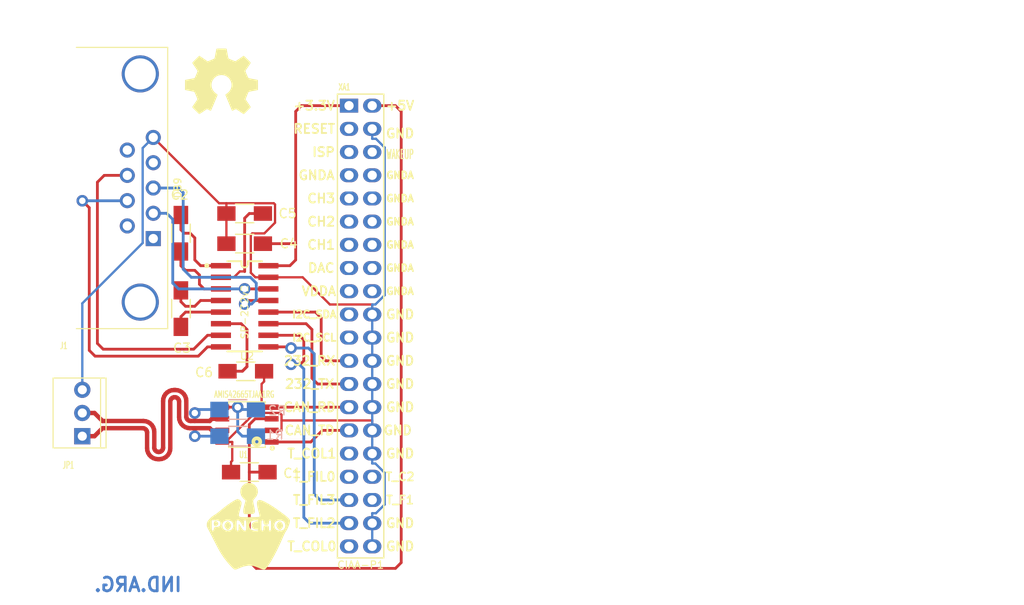
<source format=kicad_pcb>
(kicad_pcb (version 20171130) (host pcbnew "(5.1.12)-1")

  (general
    (thickness 1.6)
    (drawings 26)
    (tracks 325)
    (zones 0)
    (modules 15)
    (nets 23)
  )

  (page A4)
  (layers
    (0 F.Cu mixed)
    (31 B.Cu mixed)
    (32 B.Adhes user hide)
    (33 F.Adhes user hide)
    (34 B.Paste user)
    (35 F.Paste user)
    (36 B.SilkS user)
    (37 F.SilkS user)
    (38 B.Mask user)
    (39 F.Mask user)
    (40 Dwgs.User user)
    (41 Cmts.User user)
    (42 Eco1.User user)
    (43 Eco2.User user)
    (44 Edge.Cuts user)
    (45 Margin user)
    (46 B.CrtYd user)
    (47 F.CrtYd user)
    (48 B.Fab user)
    (49 F.Fab user)
  )

  (setup
    (last_trace_width 0.25)
    (user_trace_width 0.3048)
    (trace_clearance 0.2)
    (zone_clearance 0.2032)
    (zone_45_only yes)
    (trace_min 0.2)
    (via_size 0.6)
    (via_drill 0.4)
    (via_min_size 0.4)
    (via_min_drill 0.3)
    (user_via 1.27 0.7112)
    (uvia_size 0.3)
    (uvia_drill 0.1)
    (uvias_allowed no)
    (uvia_min_size 0.2)
    (uvia_min_drill 0.1)
    (edge_width 0.15)
    (segment_width 0.2)
    (pcb_text_width 0.3)
    (pcb_text_size 1.5 1.5)
    (mod_edge_width 0.15)
    (mod_text_size 1 1)
    (mod_text_width 0.15)
    (pad_size 1.524 1.524)
    (pad_drill 0.762)
    (pad_to_mask_clearance 0.2)
    (aux_axis_origin 0 0)
    (visible_elements 7FFEFFFF)
    (pcbplotparams
      (layerselection 0x00030_80000001)
      (usegerberextensions false)
      (usegerberattributes true)
      (usegerberadvancedattributes true)
      (creategerberjobfile true)
      (excludeedgelayer true)
      (linewidth 0.100000)
      (plotframeref false)
      (viasonmask false)
      (mode 1)
      (useauxorigin false)
      (hpglpennumber 1)
      (hpglpenspeed 20)
      (hpglpendiameter 15.000000)
      (psnegative false)
      (psa4output false)
      (plotreference true)
      (plotvalue true)
      (plotinvisibletext false)
      (padsonsilk false)
      (subtractmaskfromsilk false)
      (outputformat 1)
      (mirror false)
      (drillshape 1)
      (scaleselection 1)
      (outputdirectory ""))
  )

  (net 0 "")
  (net 1 GND)
  (net 2 "Net-(C2-Pad1)")
  (net 3 "Net-(C2-Pad2)")
  (net 4 "Net-(C3-Pad1)")
  (net 5 "Net-(C3-Pad2)")
  (net 6 +3.3V)
  (net 7 "Net-(C5-Pad2)")
  (net 8 "Net-(C6-Pad2)")
  (net 9 "Net-(J1-Pad2)")
  (net 10 "Net-(J1-Pad3)")
  (net 11 "Net-(J1-Pad7)")
  (net 12 "Net-(J1-Pad8)")
  (net 13 "Net-(R1-Pad2)")
  (net 14 "/Conector y Can/CAN_TX")
  (net 15 "/Conector y Can/CAN_RX")
  (net 16 "/Conector y Can/CTS")
  (net 17 "/Conector y Can/RTS")
  (net 18 "/Conector y Can/TXD")
  (net 19 "/Conector y Can/RXD")
  (net 20 +5V)
  (net 21 "/Conector y Can/CAN_P")
  (net 22 "/Conector y Can/CAN_N")

  (net_class Default "This is the default net class."
    (clearance 0.2)
    (trace_width 0.25)
    (via_dia 0.6)
    (via_drill 0.4)
    (uvia_dia 0.3)
    (uvia_drill 0.1)
    (add_net +3.3V)
    (add_net +5V)
    (add_net "/Conector y Can/CAN_N")
    (add_net "/Conector y Can/CAN_P")
    (add_net "/Conector y Can/CAN_RX")
    (add_net "/Conector y Can/CAN_TX")
    (add_net "/Conector y Can/CTS")
    (add_net "/Conector y Can/RTS")
    (add_net "/Conector y Can/RXD")
    (add_net "/Conector y Can/TXD")
    (add_net GND)
    (add_net "Net-(C2-Pad1)")
    (add_net "Net-(C2-Pad2)")
    (add_net "Net-(C3-Pad1)")
    (add_net "Net-(C3-Pad2)")
    (add_net "Net-(C5-Pad2)")
    (add_net "Net-(C6-Pad2)")
    (add_net "Net-(J1-Pad2)")
    (add_net "Net-(J1-Pad3)")
    (add_net "Net-(J1-Pad7)")
    (add_net "Net-(J1-Pad8)")
    (add_net "Net-(R1-Pad2)")
  )

  (module ej2:DB9_F_TH (layer F.Cu) (tedit 565F0554) (tstamp 565E006C)
    (at 116.84 79.502 90)
    (path /565DDBB9/565E0B7D)
    (fp_text reference J1 (at -17.272 -8.382 180) (layer F.SilkS)
      (effects (font (size 0.7112 0.4572) (thickness 0.1143)))
    )
    (fp_text value DB9 (at 0 4.1 90) (layer F.SilkS)
      (effects (font (size 0.762 0.762) (thickness 0.127)))
    )
    (fp_line (start -15.4 -9.5) (end 15.4 -9.5) (layer Dwgs.User) (width 0.127))
    (fp_line (start 15.4 3) (end -15.4 3) (layer F.SilkS) (width 0.127))
    (fp_line (start -8.2 -14.9) (end -8.2 -9.5) (layer Dwgs.User) (width 0.127))
    (fp_line (start 8.2 -14.9) (end 8.2 -9.5) (layer Dwgs.User) (width 0.127))
    (fp_line (start 7.8 -15.3) (end -7.8 -15.3) (layer Dwgs.User) (width 0.127))
    (fp_line (start -14 -14.5) (end -14 -9.5) (layer Dwgs.User) (width 0.127))
    (fp_line (start -11 -14.5) (end -11 -9.5) (layer Dwgs.User) (width 0.127))
    (fp_line (start 11 -14.5) (end 11 -9.5) (layer Dwgs.User) (width 0.127))
    (fp_line (start 14 -14.5) (end 14 -9.5) (layer Dwgs.User) (width 0.127))
    (fp_line (start -14.6 -14.5) (end -10.4 -14.5) (layer Dwgs.User) (width 0.127))
    (fp_line (start -10 -14.1) (end -10 -9.5) (layer Dwgs.User) (width 0.127))
    (fp_line (start -15 -14.1) (end -15 -9.5) (layer Dwgs.User) (width 0.127))
    (fp_line (start 10.4 -14.5) (end 14.6 -14.5) (layer Dwgs.User) (width 0.127))
    (fp_line (start 15 -14.1) (end 15 -9.5) (layer Dwgs.User) (width 0.127))
    (fp_line (start 10 -14.1) (end 10 -9.5) (layer Dwgs.User) (width 0.127))
    (fp_line (start -15.4 -9.1) (end 15.4 -9.1) (layer Dwgs.User) (width 0.127))
    (fp_line (start -15.4 -9.5) (end -15.4 -7) (layer Dwgs.User) (width 0.127))
    (fp_line (start -15.4 3) (end -15.4 -7) (layer F.SilkS) (width 0.127))
    (fp_line (start 15.4 -9.5) (end 15.4 -7) (layer Dwgs.User) (width 0.127))
    (fp_line (start 15.4 3) (end 15.4 -7) (layer F.SilkS) (width 0.127))
    (fp_arc (start -14.2 -14.3) (end -14.2 -14.5) (angle 90) (layer Dwgs.User) (width 0.127))
    (fp_arc (start -13.8 -14.3) (end -14 -14.3) (angle 90) (layer Dwgs.User) (width 0.127))
    (fp_arc (start -10.8 -14.3) (end -11 -14.3) (angle 90) (layer Dwgs.User) (width 0.127))
    (fp_arc (start -11.2 -14.3) (end -11.2 -14.5) (angle 90) (layer Dwgs.User) (width 0.127))
    (fp_arc (start 11.2 -14.3) (end 11 -14.3) (angle 90) (layer Dwgs.User) (width 0.127))
    (fp_arc (start 10.8 -14.3) (end 10.8 -14.5) (angle 90) (layer Dwgs.User) (width 0.127))
    (fp_arc (start 14.2 -14.3) (end 14 -14.3) (angle 90) (layer Dwgs.User) (width 0.127))
    (fp_arc (start 13.8 -14.3) (end 13.8 -14.5) (angle 90) (layer Dwgs.User) (width 0.127))
    (fp_arc (start -14.6 -14.1) (end -15 -14.1) (angle 90) (layer Dwgs.User) (width 0.127))
    (fp_arc (start -10.4 -14.1) (end -10.4 -14.5) (angle 90) (layer Dwgs.User) (width 0.127))
    (fp_arc (start 10.4 -14.1) (end 10 -14.1) (angle 90) (layer Dwgs.User) (width 0.127))
    (fp_arc (start 14.6 -14.1) (end 14.6 -14.5) (angle 90) (layer Dwgs.User) (width 0.127))
    (fp_arc (start -7.8 -14.9) (end -8.2 -14.9) (angle 90) (layer Dwgs.User) (width 0.127))
    (fp_arc (start 7.8 -14.9) (end 7.8 -15.3) (angle 90) (layer Dwgs.User) (width 0.127))
    (pad 1 thru_hole rect (at -5.5372 1.4224 90) (size 1.651 1.651) (drill 1.016) (layers *.Cu *.Mask))
    (pad 2 thru_hole circle (at -2.7686 1.4224 90) (size 1.651 1.651) (drill 1.016) (layers *.Cu *.Mask)
      (net 9 "Net-(J1-Pad2)"))
    (pad 3 thru_hole circle (at 0 1.4224 90) (size 1.651 1.651) (drill 1.016) (layers *.Cu *.Mask)
      (net 10 "Net-(J1-Pad3)"))
    (pad 4 thru_hole circle (at 2.7686 1.4224 90) (size 1.651 1.651) (drill 1.016) (layers *.Cu *.Mask))
    (pad 5 thru_hole circle (at 5.5372 1.4224 90) (size 1.651 1.651) (drill 1.016) (layers *.Cu *.Mask)
      (net 1 GND))
    (pad 6 thru_hole circle (at -4.1529 -1.4224 90) (size 1.651 1.651) (drill 1.016) (layers *.Cu *.Mask))
    (pad 7 thru_hole circle (at -1.3843 -1.4224 90) (size 1.651 1.651) (drill 1.016) (layers *.Cu *.Mask)
      (net 11 "Net-(J1-Pad7)"))
    (pad 8 thru_hole circle (at 1.3843 -1.4224 90) (size 1.651 1.651) (drill 1.016) (layers *.Cu *.Mask)
      (net 12 "Net-(J1-Pad8)"))
    (pad 9 thru_hole circle (at 4.1529 -1.4224 90) (size 1.651 1.651) (drill 1.016) (layers *.Cu *.Mask))
    (pad 10 thru_hole circle (at -12.4968 0 90) (size 4.064 4.064) (drill 3.4) (layers *.Cu *.Mask))
    (pad 11 thru_hole circle (at 12.4968 0 90) (size 4.064 4.064) (drill 3.4) (layers *.Cu *.Mask))
    (model ${KIPRJMOD}/ej2.3dshapes/db_9f.wrl
      (offset (xyz 0 7.873999881744385 0))
      (scale (xyz 1 1.1 1))
      (rotate (xyz 0 0 180))
    )
  )

  (module ej2:CON_PALETA_3 (layer F.Cu) (tedit 565F055D) (tstamp 5)
    (at 110.49 104.14 90)
    (path /565DDB7C/565DF329)
    (fp_text reference JP1 (at -5.715 -1.524 180) (layer F.SilkS)
      (effects (font (size 0.762 0.4572) (thickness 0.127)))
    )
    (fp_text value CONN_3 (at 0 3.3 90) (layer F.Fab)
      (effects (font (size 0.762 0.4572) (thickness 0.127)))
    )
    (fp_line (start 3.83 2) (end -3.83 2) (layer F.SilkS) (width 0.127))
    (fp_line (start 3.83 2.6) (end -3.83 2.6) (layer F.SilkS) (width 0.127))
    (fp_line (start -3.83 2.6) (end -3.83 -3.2) (layer F.SilkS) (width 0.127))
    (fp_line (start -3.83 -3.2) (end 3.83 -3.2) (layer F.SilkS) (width 0.127))
    (fp_line (start 3.83 -3.2) (end 3.83 2.6) (layer F.SilkS) (width 0.127))
    (pad 1 thru_hole rect (at -2.54 0 90) (size 1.778 1.778) (drill 1) (layers *.Cu *.Mask)
      (net 21 "/Conector y Can/CAN_P"))
    (pad 2 thru_hole circle (at 0 0 90) (size 1.778 1.778) (drill 1) (layers *.Cu *.Mask)
      (net 22 "/Conector y Can/CAN_N"))
    (pad 3 thru_hole circle (at 2.54 0 90) (size 1.778 1.778) (drill 1) (layers *.Cu *.Mask)
      (net 1 GND))
    (model ${KIPRJMOD}/ej2.3dshapes/CON_PALETA_3.wrl
      (offset (xyz 0 0.3047999954223633 0))
      (scale (xyz 0.395 0.395 0.395))
      (rotate (xyz 0 0 180))
    )
  )

  (module ej2:SOIC-8 (layer F.Cu) (tedit 565F0515) (tstamp 565E008B)
    (at 128.524 105.41 180)
    (descr SO-8)
    (path /565DDB7C/565DF1AB)
    (fp_text reference U1 (at 0.381 -3.302 180) (layer F.SilkS)
      (effects (font (size 0.7112 0.4572) (thickness 0.1143)))
    )
    (fp_text value AMIS42665TJAA1RG (at 0.3 3.3 180) (layer F.SilkS)
      (effects (font (size 0.7112 0.4572) (thickness 0.1143)))
    )
    (fp_circle (center -1.0746 -1.8764) (end -1.1 -1.7) (layer F.SilkS) (width 0.4))
    (fp_circle (center -2.7746 -2.5764) (end -2.8 -2.5) (layer F.SilkS) (width 0.2032))
    (fp_line (start -2 2.5) (end 2 2.5) (layer F.SilkS) (width 0.127))
    (fp_line (start 2 -2.5) (end -2 -2.5) (layer F.SilkS) (width 0.127))
    (fp_line (start 2 -2.5) (end 2 -2.3) (layer F.SilkS) (width 0.127))
    (fp_line (start 2 2.5) (end 2 2.3) (layer F.SilkS) (width 0.127))
    (fp_line (start -2 2.5) (end -2 2.3) (layer F.SilkS) (width 0.127))
    (fp_line (start -2 -2.5) (end -2 -2.3) (layer F.SilkS) (width 0.127))
    (pad 1 smd rect (at -2.7 -1.905 90) (size 0.6 1.52) (layers F.Cu F.Paste F.Mask)
      (net 14 "/Conector y Can/CAN_TX"))
    (pad 2 smd rect (at -2.7 -0.635 90) (size 0.6 1.52) (layers F.Cu F.Paste F.Mask)
      (net 1 GND))
    (pad 3 smd rect (at -2.7 0.635 90) (size 0.6 1.52) (layers F.Cu F.Paste F.Mask)
      (net 20 +5V))
    (pad 4 smd rect (at -2.7 1.905 90) (size 0.6 1.52) (layers F.Cu F.Paste F.Mask)
      (net 15 "/Conector y Can/CAN_RX"))
    (pad 5 smd rect (at 2.7 1.905 90) (size 0.6 1.52) (layers F.Cu F.Paste F.Mask)
      (net 13 "Net-(R1-Pad2)"))
    (pad 6 smd rect (at 2.7 0.635 90) (size 0.6 1.52) (layers F.Cu F.Paste F.Mask)
      (net 22 "/Conector y Can/CAN_N"))
    (pad 7 smd rect (at 2.7 -0.635 90) (size 0.6 1.52) (layers F.Cu F.Paste F.Mask)
      (net 21 "/Conector y Can/CAN_P"))
    (pad 8 smd rect (at 2.7 -1.905 90) (size 0.6 1.52) (layers F.Cu F.Paste F.Mask)
      (net 1 GND))
    (model ${KIPRJMOD}/ej2.3dshapes/so-8.wrl
      (at (xyz 0 0 0))
      (scale (xyz 1 1 1))
      (rotate (xyz 0 0 90))
    )
  )

  (module ej2:SP3232ECN-SOIC16N (layer F.Cu) (tedit 565F0521) (tstamp 565E009F)
    (at 128.27 92.456 270)
    (descr "SMALL OUTLINE INTEGRATED CIRCUIT")
    (tags "SMALL OUTLINE INTEGRATED CIRCUIT")
    (path /565DDBB9/565E38A5)
    (attr smd)
    (fp_text reference U2 (at 5.461 -0.254) (layer F.SilkS)
      (effects (font (size 0.762 0.762) (thickness 0.1143)))
    )
    (fp_text value SP-232v2 (at 0.635 0 270) (layer F.SilkS)
      (effects (font (size 0.762 0.762) (thickness 0.1143)))
    )
    (fp_circle (center -4.45 4.15) (end -4.35 4.05) (layer F.SilkS) (width 0.254))
    (fp_line (start 4.93776 1.39954) (end 4.93776 1.89992) (layer F.SilkS) (width 0.2032))
    (fp_line (start 4.93776 -1.89992) (end 4.93776 1.39954) (layer F.SilkS) (width 0.2032))
    (fp_line (start -4.93776 -0.35) (end -4.93776 -1.89992) (layer F.SilkS) (width 0.2032))
    (fp_line (start -4.93776 1.89992) (end -4.93776 0.35) (layer F.SilkS) (width 0.2032))
    (fp_line (start -4.6 -0.35) (end -4.9 -0.35) (layer F.SilkS) (width 0.2032))
    (fp_line (start -4.6 0.35) (end -4.9 0.35) (layer F.SilkS) (width 0.2032))
    (fp_arc (start -4.6 0) (end -4.6 -0.35) (angle 180) (layer F.SilkS) (width 0.2032))
    (pad 1 smd rect (at -4.445 2.59842 270) (size 0.59944 2.19964) (layers F.Cu F.Paste F.Mask)
      (net 2 "Net-(C2-Pad1)"))
    (pad 2 smd rect (at -3.175 2.59842 270) (size 0.59944 2.19964) (layers F.Cu F.Paste F.Mask)
      (net 7 "Net-(C5-Pad2)"))
    (pad 3 smd rect (at -1.905 2.59842 270) (size 0.59944 2.19964) (layers F.Cu F.Paste F.Mask)
      (net 3 "Net-(C2-Pad2)"))
    (pad 4 smd rect (at -0.635 2.59842 270) (size 0.59944 2.19964) (layers F.Cu F.Paste F.Mask)
      (net 4 "Net-(C3-Pad1)"))
    (pad 5 smd rect (at 0.635 2.59842 270) (size 0.59944 2.19964) (layers F.Cu F.Paste F.Mask)
      (net 5 "Net-(C3-Pad2)"))
    (pad 6 smd rect (at 1.905 2.59842 270) (size 0.59944 2.19964) (layers F.Cu F.Paste F.Mask)
      (net 8 "Net-(C6-Pad2)"))
    (pad 7 smd rect (at 3.175 2.59842 270) (size 0.59944 2.19964) (layers F.Cu F.Paste F.Mask)
      (net 12 "Net-(J1-Pad8)"))
    (pad 8 smd rect (at 4.445 2.59842 270) (size 0.59944 2.19964) (layers F.Cu F.Paste F.Mask)
      (net 11 "Net-(J1-Pad7)"))
    (pad 9 smd rect (at 4.445 -2.59842 270) (size 0.59944 2.19964) (layers F.Cu F.Paste F.Mask)
      (net 17 "/Conector y Can/RTS"))
    (pad 10 smd rect (at 3.175 -2.59842 270) (size 0.59944 2.19964) (layers F.Cu F.Paste F.Mask)
      (net 16 "/Conector y Can/CTS"))
    (pad 11 smd rect (at 1.905 -2.59842 270) (size 0.59944 2.19964) (layers F.Cu F.Paste F.Mask)
      (net 19 "/Conector y Can/RXD"))
    (pad 12 smd rect (at 0.635 -2.59842 270) (size 0.59944 2.19964) (layers F.Cu F.Paste F.Mask)
      (net 18 "/Conector y Can/TXD"))
    (pad 13 smd rect (at -0.635 -2.59842 270) (size 0.59944 2.19964) (layers F.Cu F.Paste F.Mask)
      (net 10 "Net-(J1-Pad3)"))
    (pad 14 smd rect (at -1.905 -2.59842 270) (size 0.59944 2.19964) (layers F.Cu F.Paste F.Mask)
      (net 9 "Net-(J1-Pad2)"))
    (pad 15 smd rect (at -3.175 -2.59842 270) (size 0.59944 2.19964) (layers F.Cu F.Paste F.Mask)
      (net 1 GND))
    (pad 16 smd rect (at -4.445 -2.59842 270) (size 0.59944 2.19964) (layers F.Cu F.Paste F.Mask)
      (net 6 +3.3V))
    (model ${KIPRJMOD}/ej2.3dshapes/so-16.wrl
      (at (xyz 0 0 0))
      (scale (xyz 1 1 1))
      (rotate (xyz 0 0 0))
    )
  )

  (module ej2:Conn_Poncho_Derecha (layer F.Cu) (tedit 565779F5) (tstamp 565E00CB)
    (at 139.7 70.485)
    (tags "CONN Poncho")
    (path /565DDB7C/565DEE9C)
    (fp_text reference XA1 (at -0.508 -2.032) (layer F.SilkS)
      (effects (font (size 0.7112 0.4572) (thickness 0.1143)))
    )
    (fp_text value Conn_Poncho2P_2x_20x2 (at -1.905 51.181) (layer F.SilkS) hide
      (effects (font (size 0.7112 0.4572) (thickness 0.1143)))
    )
    (fp_line (start 3.81 -1.27) (end -1.27 -1.27) (layer F.SilkS) (width 0.15))
    (fp_line (start 3.81 49.53) (end -1.27 49.53) (layer F.SilkS) (width 0.15))
    (fp_line (start 3.81 49.53) (end 3.81 -1.27) (layer F.SilkS) (width 0.15))
    (fp_line (start -1.27 49.53) (end -1.27 -1.27) (layer F.SilkS) (width 0.15))
    (fp_text user GND (at 5.588 48.26) (layer F.SilkS)
      (effects (font (size 1 1) (thickness 0.2)))
    )
    (fp_text user GND (at 5.588 45.72) (layer F.SilkS)
      (effects (font (size 1 1) (thickness 0.2)))
    )
    (fp_text user T_F1 (at 5.588 43.18) (layer F.SilkS)
      (effects (font (size 0.9 0.9) (thickness 0.18)))
    )
    (fp_text user T_C2 (at 5.588 40.64) (layer F.SilkS)
      (effects (font (size 0.9 0.9) (thickness 0.18)))
    )
    (fp_text user GND (at 5.588 38.1) (layer F.SilkS)
      (effects (font (size 1 1) (thickness 0.2)))
    )
    (fp_text user GND (at 5.334 35.56) (layer F.SilkS)
      (effects (font (size 1 1) (thickness 0.2)))
    )
    (fp_text user GND (at 5.588 33.02) (layer F.SilkS)
      (effects (font (size 1 1) (thickness 0.2)))
    )
    (fp_text user GND (at 5.588 30.48) (layer F.SilkS)
      (effects (font (size 1 1) (thickness 0.2)))
    )
    (fp_text user GND (at 5.588 27.94) (layer F.SilkS)
      (effects (font (size 1 1) (thickness 0.2)))
    )
    (fp_text user GND (at 5.588 25.4) (layer F.SilkS)
      (effects (font (size 1 1) (thickness 0.2)))
    )
    (fp_text user GND (at 5.588 22.86) (layer F.SilkS)
      (effects (font (size 1 1) (thickness 0.2)))
    )
    (fp_text user GNDA (at 5.588 20.32) (layer F.SilkS)
      (effects (font (size 0.76 0.76) (thickness 0.19)))
    )
    (fp_text user GNDA (at 5.588 17.78) (layer F.SilkS)
      (effects (font (size 0.76 0.76) (thickness 0.19)))
    )
    (fp_text user GNDA (at 5.588 15.24) (layer F.SilkS)
      (effects (font (size 0.76 0.76) (thickness 0.19)))
    )
    (fp_text user GNDA (at 5.588 12.7) (layer F.SilkS)
      (effects (font (size 0.76 0.76) (thickness 0.19)))
    )
    (fp_text user GNDA (at 5.588 10.16) (layer F.SilkS)
      (effects (font (size 0.76 0.76) (thickness 0.19)))
    )
    (fp_text user GNDA (at 5.588 7.62) (layer F.SilkS)
      (effects (font (size 0.76 0.76) (thickness 0.19)))
    )
    (fp_text user WAKEUP (at 5.588 5.334) (layer F.SilkS)
      (effects (font (size 1 0.5) (thickness 0.125)))
    )
    (fp_text user GND (at 5.588 3.048) (layer F.SilkS)
      (effects (font (size 1 1) (thickness 0.2)))
    )
    (fp_text user +5V (at 5.588 0) (layer F.SilkS)
      (effects (font (size 1 1) (thickness 0.2)))
    )
    (fp_text user T_COL0 (at -4.064 48.26) (layer F.SilkS)
      (effects (font (size 1 1) (thickness 0.2)))
    )
    (fp_text user T_FIL2 (at -3.81 45.72) (layer F.SilkS)
      (effects (font (size 1 1) (thickness 0.2)))
    )
    (fp_text user T_FIL3 (at -3.81 43.18) (layer F.SilkS)
      (effects (font (size 1 1) (thickness 0.2)))
    )
    (fp_text user T_FIL0 (at -3.81 40.64) (layer F.SilkS)
      (effects (font (size 1 1) (thickness 0.2)))
    )
    (fp_text user T_COL1 (at -4.064 38.1) (layer F.SilkS)
      (effects (font (size 1 1) (thickness 0.2)))
    )
    (fp_text user CAN_TD (at -4.318 35.56) (layer F.SilkS)
      (effects (font (size 1 1) (thickness 0.2)))
    )
    (fp_text user CAN_RD (at -4.318 33.02) (layer F.SilkS)
      (effects (font (size 1 1) (thickness 0.2)))
    )
    (fp_text user 232_TX (at -4.318 30.48) (layer F.SilkS)
      (effects (font (size 1 1) (thickness 0.2)))
    )
    (fp_text user 232_RX (at -4.318 27.94) (layer F.SilkS)
      (effects (font (size 1 1) (thickness 0.2)))
    )
    (fp_text user I2C_SCL (at -3.81 25.4) (layer F.SilkS)
      (effects (font (size 0.8 0.8) (thickness 0.2)))
    )
    (fp_text user I2C_SDA (at -3.81 22.86) (layer F.SilkS)
      (effects (font (size 0.8 0.8) (thickness 0.2)))
    )
    (fp_text user VDDA (at -3.302 20.32) (layer F.SilkS)
      (effects (font (size 1 1) (thickness 0.2)))
    )
    (fp_text user DAC (at -3.048 17.78) (layer F.SilkS)
      (effects (font (size 1 1) (thickness 0.2)))
    )
    (fp_text user CH1 (at -3.048 15.24) (layer F.SilkS)
      (effects (font (size 1 1) (thickness 0.2)))
    )
    (fp_text user CH2 (at -3.048 12.7) (layer F.SilkS)
      (effects (font (size 1 1) (thickness 0.2)))
    )
    (fp_text user CH3 (at -3.048 10.16) (layer F.SilkS)
      (effects (font (size 1 1) (thickness 0.2)))
    )
    (fp_text user GNDA (at -3.556 7.62) (layer F.SilkS)
      (effects (font (size 1 1) (thickness 0.2)))
    )
    (fp_text user ISP (at -2.794 5.08) (layer F.SilkS)
      (effects (font (size 1 1) (thickness 0.2)))
    )
    (fp_text user RESET (at -3.81 2.54) (layer F.SilkS)
      (effects (font (size 1 1) (thickness 0.2)))
    )
    (fp_text user CIAA-P1 (at 1.27 50.292) (layer F.SilkS)
      (effects (font (size 0.8 0.8) (thickness 0.12)))
    )
    (fp_text user +3.3V (at -3.81 0) (layer F.SilkS)
      (effects (font (size 1 1) (thickness 0.2)))
    )
    (pad 1 thru_hole rect (at 0 0 270) (size 1.524 2) (drill 1.016) (layers *.Cu *.Mask)
      (net 6 +3.3V))
    (pad 2 thru_hole oval (at 2.54 0 270) (size 1.524 2) (drill 1.016) (layers *.Cu *.Mask)
      (net 20 +5V))
    (pad 11 thru_hole oval (at 0 12.7 270) (size 1.524 2) (drill 1.016) (layers *.Cu *.Mask))
    (pad 4 thru_hole oval (at 2.54 2.54 270) (size 1.524 2) (drill 1.016) (layers *.Cu *.Mask)
      (net 1 GND))
    (pad 13 thru_hole oval (at 0 15.24 270) (size 1.524 2) (drill 1.016) (layers *.Cu *.Mask))
    (pad 6 thru_hole oval (at 2.54 5.08 270) (size 1.524 2) (drill 1.016) (layers *.Cu *.Mask))
    (pad 15 thru_hole oval (at 0 17.78 270) (size 1.524 2) (drill 1.016) (layers *.Cu *.Mask))
    (pad 8 thru_hole oval (at 2.54 7.62 270) (size 1.524 2) (drill 1.016) (layers *.Cu *.Mask))
    (pad 17 thru_hole oval (at 0 20.32 270) (size 1.524 2) (drill 1.016) (layers *.Cu *.Mask))
    (pad 10 thru_hole oval (at 2.54 10.16 270) (size 1.524 2) (drill 1.016) (layers *.Cu *.Mask))
    (pad 19 thru_hole oval (at 0 22.86 270) (size 1.524 2) (drill 1.016) (layers *.Cu *.Mask))
    (pad 12 thru_hole oval (at 2.54 12.7 270) (size 1.524 2) (drill 1.016) (layers *.Cu *.Mask))
    (pad 21 thru_hole oval (at 0 25.4 270) (size 1.524 2) (drill 1.016) (layers *.Cu *.Mask))
    (pad 14 thru_hole oval (at 2.54 15.24 270) (size 1.524 2) (drill 1.016) (layers *.Cu *.Mask))
    (pad 23 thru_hole oval (at 0 27.94 270) (size 1.524 2) (drill 1.016) (layers *.Cu *.Mask)
      (net 18 "/Conector y Can/TXD"))
    (pad 16 thru_hole oval (at 2.54 17.78 270) (size 1.524 2) (drill 1.016) (layers *.Cu *.Mask))
    (pad 25 thru_hole oval (at 0 30.48 270) (size 1.524 2) (drill 1.016) (layers *.Cu *.Mask)
      (net 19 "/Conector y Can/RXD"))
    (pad 18 thru_hole oval (at 2.54 20.32 270) (size 1.524 2) (drill 1.016) (layers *.Cu *.Mask))
    (pad 27 thru_hole oval (at 0 33.02 270) (size 1.524 2) (drill 1.016) (layers *.Cu *.Mask)
      (net 15 "/Conector y Can/CAN_RX"))
    (pad 20 thru_hole oval (at 2.54 22.86 270) (size 1.524 2) (drill 1.016) (layers *.Cu *.Mask)
      (net 1 GND))
    (pad 29 thru_hole oval (at 0 35.56 270) (size 1.524 2) (drill 1.016) (layers *.Cu *.Mask)
      (net 14 "/Conector y Can/CAN_TX"))
    (pad 22 thru_hole oval (at 2.54 25.4 270) (size 1.524 2) (drill 1.016) (layers *.Cu *.Mask)
      (net 1 GND))
    (pad 31 thru_hole oval (at 0 38.1 270) (size 1.524 2) (drill 1.016) (layers *.Cu *.Mask))
    (pad 24 thru_hole oval (at 2.54 27.94 270) (size 1.524 2) (drill 1.016) (layers *.Cu *.Mask)
      (net 1 GND))
    (pad 26 thru_hole oval (at 2.54 30.48 270) (size 1.524 2) (drill 1.016) (layers *.Cu *.Mask)
      (net 1 GND))
    (pad 33 thru_hole oval (at 0 40.64 270) (size 1.524 2) (drill 1.016) (layers *.Cu *.Mask))
    (pad 28 thru_hole oval (at 2.54 33.02 270) (size 1.524 2) (drill 1.016) (layers *.Cu *.Mask)
      (net 1 GND))
    (pad 32 thru_hole oval (at 2.54 38.1 270) (size 1.524 2) (drill 1.016) (layers *.Cu *.Mask)
      (net 1 GND))
    (pad 34 thru_hole oval (at 2.54 40.64 270) (size 1.524 2) (drill 1.016) (layers *.Cu *.Mask))
    (pad 36 thru_hole oval (at 2.54 43.18 270) (size 1.524 2) (drill 1.016) (layers *.Cu *.Mask))
    (pad 38 thru_hole oval (at 2.54 45.72 270) (size 1.524 2) (drill 1.016) (layers *.Cu *.Mask)
      (net 1 GND))
    (pad 35 thru_hole oval (at 0 43.18 270) (size 1.524 2) (drill 1.016) (layers *.Cu *.Mask)
      (net 17 "/Conector y Can/RTS"))
    (pad 37 thru_hole oval (at 0 45.72 270) (size 1.524 2) (drill 1.016) (layers *.Cu *.Mask)
      (net 16 "/Conector y Can/CTS"))
    (pad 3 thru_hole oval (at 0 2.54 270) (size 1.524 2) (drill 1.016) (layers *.Cu *.Mask))
    (pad 5 thru_hole oval (at 0 5.08 270) (size 1.524 2) (drill 1.016) (layers *.Cu *.Mask))
    (pad 7 thru_hole oval (at 0 7.62 270) (size 1.524 2) (drill 1.016) (layers *.Cu *.Mask))
    (pad 9 thru_hole oval (at 0 10.16 270) (size 1.524 2) (drill 1.016) (layers *.Cu *.Mask))
    (pad 39 thru_hole oval (at 0 48.26 270) (size 1.524 2) (drill 1.016) (layers *.Cu *.Mask))
    (pad 40 thru_hole oval (at 2.54 48.26 270) (size 1.524 2) (drill 1.016) (layers *.Cu *.Mask)
      (net 1 GND))
    (pad 30 thru_hole oval (at 2.54 35.56 270) (size 1.524 2) (drill 1.016) (layers *.Cu *.Mask)
      (net 1 GND))
    (model ${KIPRJMOD}/ej2.3dshapes/pin_strip_20x2.wrl
      (offset (xyz 1.269999980926514 -24.12999963760376 -1.600199975967407))
      (scale (xyz 1 1 1))
      (rotate (xyz 180 0 90))
    )
  )

  (module ej2:C_1206_HandSoldering (layer F.Cu) (tedit 565F0593) (tstamp 565E0C0C)
    (at 128.778 110.617)
    (path /565DDB7C/565DF22C)
    (fp_text reference C1 (at 4.699 0.127 180) (layer F.SilkS)
      (effects (font (size 1 1) (thickness 0.15)))
    )
    (fp_text value 100nf (at 1.27 2.54) (layer F.Fab)
      (effects (font (size 1 1) (thickness 0.15)))
    )
    (fp_line (start 1 -1.025) (end -1 -1.025) (layer F.SilkS) (width 0.15))
    (fp_line (start 1 1.007) (end -1 1.007) (layer F.SilkS) (width 0.15))
    (fp_line (start -3.3 -1.15) (end 3.3 -1.15) (layer F.CrtYd) (width 0.15))
    (fp_line (start -3.3 -1.15) (end -3.3 -1.1) (layer F.CrtYd) (width 0.15))
    (fp_line (start -3.3 1.15) (end -3.3 -1.15) (layer F.CrtYd) (width 0.15))
    (fp_line (start -2.45 1.15) (end -3.3 1.15) (layer F.CrtYd) (width 0.15))
    (fp_line (start 3.3 1.15) (end -2.45 1.15) (layer F.CrtYd) (width 0.15))
    (fp_line (start 3.3 -1.15) (end 3.3 1.15) (layer F.CrtYd) (width 0.15))
    (pad 1 smd rect (at -2 0) (size 2 1.6) (layers F.Cu F.Paste F.Mask)
      (net 1 GND))
    (pad 2 smd rect (at 2 0) (size 2 1.6) (layers F.Cu F.Paste F.Mask)
      (net 20 +5V))
    (model ${KIPRJMOD}/ej2.3dshapes/C_1206_HandSoldering.wrl
      (at (xyz 0 0 0))
      (scale (xyz 1 1 1))
      (rotate (xyz 0 0 0))
    )
  )

  (module ej2:C_1206_HandSoldering (layer F.Cu) (tedit 565F0536) (tstamp 565E0C19)
    (at 121.285 84.455 270)
    (path /565DDBB9/565E0527)
    (fp_text reference C2 (at -4.191 0.127) (layer F.SilkS)
      (effects (font (size 1 1) (thickness 0.15)))
    )
    (fp_text value 100nf (at 1.27 2.54 270) (layer F.Fab)
      (effects (font (size 1 1) (thickness 0.15)))
    )
    (fp_line (start 1 -1.025) (end -1 -1.025) (layer F.SilkS) (width 0.15))
    (fp_line (start 1 1.007) (end -1 1.007) (layer F.SilkS) (width 0.15))
    (fp_line (start -3.3 -1.15) (end 3.3 -1.15) (layer F.CrtYd) (width 0.15))
    (fp_line (start -3.3 -1.15) (end -3.3 -1.1) (layer F.CrtYd) (width 0.15))
    (fp_line (start -3.3 1.15) (end -3.3 -1.15) (layer F.CrtYd) (width 0.15))
    (fp_line (start -2.45 1.15) (end -3.3 1.15) (layer F.CrtYd) (width 0.15))
    (fp_line (start 3.3 1.15) (end -2.45 1.15) (layer F.CrtYd) (width 0.15))
    (fp_line (start 3.3 -1.15) (end 3.3 1.15) (layer F.CrtYd) (width 0.15))
    (pad 1 smd rect (at -2 0 270) (size 2 1.6) (layers F.Cu F.Paste F.Mask)
      (net 2 "Net-(C2-Pad1)"))
    (pad 2 smd rect (at 2 0 270) (size 2 1.6) (layers F.Cu F.Paste F.Mask)
      (net 3 "Net-(C2-Pad2)"))
    (model ${KIPRJMOD}/ej2.3dshapes/C_1206_HandSoldering.wrl
      (at (xyz 0 0 0))
      (scale (xyz 1 1 1))
      (rotate (xyz 0 0 0))
    )
  )

  (module ej2:C_1206_HandSoldering (layer F.Cu) (tedit 565F052B) (tstamp 565E0C26)
    (at 121.285 92.71 270)
    (path /565DDBB9/565E0576)
    (fp_text reference C3 (at 4.318 -0.127) (layer F.SilkS)
      (effects (font (size 1 1) (thickness 0.15)))
    )
    (fp_text value 100nf (at 1.27 2.54 270) (layer F.Fab)
      (effects (font (size 1 1) (thickness 0.15)))
    )
    (fp_line (start 1 -1.025) (end -1 -1.025) (layer F.SilkS) (width 0.15))
    (fp_line (start 1 1.007) (end -1 1.007) (layer F.SilkS) (width 0.15))
    (fp_line (start -3.3 -1.15) (end 3.3 -1.15) (layer F.CrtYd) (width 0.15))
    (fp_line (start -3.3 -1.15) (end -3.3 -1.1) (layer F.CrtYd) (width 0.15))
    (fp_line (start -3.3 1.15) (end -3.3 -1.15) (layer F.CrtYd) (width 0.15))
    (fp_line (start -2.45 1.15) (end -3.3 1.15) (layer F.CrtYd) (width 0.15))
    (fp_line (start 3.3 1.15) (end -2.45 1.15) (layer F.CrtYd) (width 0.15))
    (fp_line (start 3.3 -1.15) (end 3.3 1.15) (layer F.CrtYd) (width 0.15))
    (pad 1 smd rect (at -2 0 270) (size 2 1.6) (layers F.Cu F.Paste F.Mask)
      (net 4 "Net-(C3-Pad1)"))
    (pad 2 smd rect (at 2 0 270) (size 2 1.6) (layers F.Cu F.Paste F.Mask)
      (net 5 "Net-(C3-Pad2)"))
    (model ${KIPRJMOD}/ej2.3dshapes/C_1206_HandSoldering.wrl
      (at (xyz 0 0 0))
      (scale (xyz 1 1 1))
      (rotate (xyz 0 0 0))
    )
  )

  (module ej2:C_1206_HandSoldering (layer F.Cu) (tedit 565F0546) (tstamp 565E0C33)
    (at 128.27 85.598)
    (path /565DDBB9/565E08B9)
    (fp_text reference C4 (at 4.826 0) (layer F.SilkS)
      (effects (font (size 1 1) (thickness 0.15)))
    )
    (fp_text value 100nf (at 1.27 2.54) (layer F.Fab)
      (effects (font (size 1 1) (thickness 0.15)))
    )
    (fp_line (start 1 -1.025) (end -1 -1.025) (layer F.SilkS) (width 0.15))
    (fp_line (start 1 1.007) (end -1 1.007) (layer F.SilkS) (width 0.15))
    (fp_line (start -3.3 -1.15) (end 3.3 -1.15) (layer F.CrtYd) (width 0.15))
    (fp_line (start -3.3 -1.15) (end -3.3 -1.1) (layer F.CrtYd) (width 0.15))
    (fp_line (start -3.3 1.15) (end -3.3 -1.15) (layer F.CrtYd) (width 0.15))
    (fp_line (start -2.45 1.15) (end -3.3 1.15) (layer F.CrtYd) (width 0.15))
    (fp_line (start 3.3 1.15) (end -2.45 1.15) (layer F.CrtYd) (width 0.15))
    (fp_line (start 3.3 -1.15) (end 3.3 1.15) (layer F.CrtYd) (width 0.15))
    (pad 1 smd rect (at -2 0) (size 2 1.6) (layers F.Cu F.Paste F.Mask)
      (net 1 GND))
    (pad 2 smd rect (at 2 0) (size 2 1.6) (layers F.Cu F.Paste F.Mask)
      (net 6 +3.3V))
    (model ${KIPRJMOD}/ej2.3dshapes/C_1206_HandSoldering.wrl
      (at (xyz 0 0 0))
      (scale (xyz 1 1 1))
      (rotate (xyz 0 0 0))
    )
  )

  (module ej2:C_1206_HandSoldering (layer F.Cu) (tedit 565F053E) (tstamp 565E0C40)
    (at 128.27 82.296)
    (path /565DDBB9/565E06F3)
    (fp_text reference C5 (at 4.699 0 180) (layer F.SilkS)
      (effects (font (size 1 1) (thickness 0.15)))
    )
    (fp_text value 100nf (at 1.27 2.54) (layer F.Fab)
      (effects (font (size 1 1) (thickness 0.15)))
    )
    (fp_line (start 1 -1.025) (end -1 -1.025) (layer F.SilkS) (width 0.15))
    (fp_line (start 1 1.007) (end -1 1.007) (layer F.SilkS) (width 0.15))
    (fp_line (start -3.3 -1.15) (end 3.3 -1.15) (layer F.CrtYd) (width 0.15))
    (fp_line (start -3.3 -1.15) (end -3.3 -1.1) (layer F.CrtYd) (width 0.15))
    (fp_line (start -3.3 1.15) (end -3.3 -1.15) (layer F.CrtYd) (width 0.15))
    (fp_line (start -2.45 1.15) (end -3.3 1.15) (layer F.CrtYd) (width 0.15))
    (fp_line (start 3.3 1.15) (end -2.45 1.15) (layer F.CrtYd) (width 0.15))
    (fp_line (start 3.3 -1.15) (end 3.3 1.15) (layer F.CrtYd) (width 0.15))
    (pad 1 smd rect (at -2 0) (size 2 1.6) (layers F.Cu F.Paste F.Mask)
      (net 1 GND))
    (pad 2 smd rect (at 2 0) (size 2 1.6) (layers F.Cu F.Paste F.Mask)
      (net 7 "Net-(C5-Pad2)"))
    (model ${KIPRJMOD}/ej2.3dshapes/C_1206_HandSoldering.wrl
      (at (xyz 0 0 0))
      (scale (xyz 1 1 1))
      (rotate (xyz 0 0 0))
    )
  )

  (module ej2:C_1206_HandSoldering (layer F.Cu) (tedit 565F05A0) (tstamp 565E0C4D)
    (at 128.397 99.568 180)
    (path /565DDBB9/565E072C)
    (fp_text reference C6 (at 4.572 -0.127 180) (layer F.SilkS)
      (effects (font (size 1 1) (thickness 0.15)))
    )
    (fp_text value 100nf (at 1.27 2.54 180) (layer F.Fab)
      (effects (font (size 1 1) (thickness 0.15)))
    )
    (fp_line (start 1 -1.025) (end -1 -1.025) (layer F.SilkS) (width 0.15))
    (fp_line (start 1 1.007) (end -1 1.007) (layer F.SilkS) (width 0.15))
    (fp_line (start -3.3 -1.15) (end 3.3 -1.15) (layer F.CrtYd) (width 0.15))
    (fp_line (start -3.3 -1.15) (end -3.3 -1.1) (layer F.CrtYd) (width 0.15))
    (fp_line (start -3.3 1.15) (end -3.3 -1.15) (layer F.CrtYd) (width 0.15))
    (fp_line (start -2.45 1.15) (end -3.3 1.15) (layer F.CrtYd) (width 0.15))
    (fp_line (start 3.3 1.15) (end -2.45 1.15) (layer F.CrtYd) (width 0.15))
    (fp_line (start 3.3 -1.15) (end 3.3 1.15) (layer F.CrtYd) (width 0.15))
    (pad 1 smd rect (at -2 0 180) (size 2 1.6) (layers F.Cu F.Paste F.Mask)
      (net 1 GND))
    (pad 2 smd rect (at 2 0 180) (size 2 1.6) (layers F.Cu F.Paste F.Mask)
      (net 8 "Net-(C6-Pad2)"))
    (model ${KIPRJMOD}/ej2.3dshapes/C_1206_HandSoldering.wrl
      (at (xyz 0 0 0))
      (scale (xyz 1 1 1))
      (rotate (xyz 0 0 0))
    )
  )

  (module ej2:R_1206_HandSoldering (layer B.Cu) (tedit 565F0590) (tstamp 565E0C5A)
    (at 127.508 106.68)
    (descr "Resistor SMD 1206, hand soldering")
    (tags "resistor 1206")
    (path /565DDB7C/565DF2A5)
    (attr smd)
    (fp_text reference R1 (at 4.064 -0.127 180) (layer B.SilkS)
      (effects (font (size 1 1) (thickness 0.15)) (justify mirror))
    )
    (fp_text value 60 (at 0 -2.3) (layer B.Fab)
      (effects (font (size 1 1) (thickness 0.15)) (justify mirror))
    )
    (fp_line (start -1 1.075) (end 1 1.075) (layer B.SilkS) (width 0.15))
    (fp_line (start 1 -1.075) (end -1 -1.075) (layer B.SilkS) (width 0.15))
    (fp_line (start 3.3 1.2) (end 3.3 -1.2) (layer B.CrtYd) (width 0.05))
    (fp_line (start -3.3 1.2) (end -3.3 -1.2) (layer B.CrtYd) (width 0.05))
    (fp_line (start -3.3 -1.2) (end 3.3 -1.2) (layer B.CrtYd) (width 0.05))
    (fp_line (start -3.3 1.2) (end 3.3 1.2) (layer B.CrtYd) (width 0.05))
    (pad 1 smd rect (at -2 0) (size 2 1.7) (layers B.Cu B.Paste B.Mask)
      (net 21 "/Conector y Can/CAN_P"))
    (pad 2 smd rect (at 2 0) (size 2 1.7) (layers B.Cu B.Paste B.Mask)
      (net 13 "Net-(R1-Pad2)"))
    (model ${KIPRJMOD}/ej2.3dshapes/R_1206_HandSoldering.wrl
      (at (xyz 0 0 0))
      (scale (xyz 1 1 1))
      (rotate (xyz 0 0 0))
    )
  )

  (module ej2:R_1206_HandSoldering (layer B.Cu) (tedit 565F059C) (tstamp 565E0C5F)
    (at 127.508 103.759 180)
    (descr "Resistor SMD 1206, hand soldering")
    (tags "resistor 1206")
    (path /565DDB7C/565DF2F0)
    (attr smd)
    (fp_text reference R2 (at -4.318 -0.127 180) (layer B.SilkS)
      (effects (font (size 1 1) (thickness 0.15)) (justify mirror))
    )
    (fp_text value 60 (at 0 -2.3 180) (layer B.Fab)
      (effects (font (size 1 1) (thickness 0.15)) (justify mirror))
    )
    (fp_line (start -1 1.075) (end 1 1.075) (layer B.SilkS) (width 0.15))
    (fp_line (start 1 -1.075) (end -1 -1.075) (layer B.SilkS) (width 0.15))
    (fp_line (start 3.3 1.2) (end 3.3 -1.2) (layer B.CrtYd) (width 0.05))
    (fp_line (start -3.3 1.2) (end -3.3 -1.2) (layer B.CrtYd) (width 0.05))
    (fp_line (start -3.3 -1.2) (end 3.3 -1.2) (layer B.CrtYd) (width 0.05))
    (fp_line (start -3.3 1.2) (end 3.3 1.2) (layer B.CrtYd) (width 0.05))
    (pad 1 smd rect (at -2 0 180) (size 2 1.7) (layers B.Cu B.Paste B.Mask)
      (net 13 "Net-(R1-Pad2)"))
    (pad 2 smd rect (at 2 0 180) (size 2 1.7) (layers B.Cu B.Paste B.Mask)
      (net 22 "/Conector y Can/CAN_N"))
    (model ${KIPRJMOD}/ej2.3dshapes/R_1206_HandSoldering.wrl
      (at (xyz 0 0 0))
      (scale (xyz 1 1 1))
      (rotate (xyz 0 0 0))
    )
  )

  (module ej2:Logo_Poncho (layer F.Cu) (tedit 560DAFF4) (tstamp 565F55ED)
    (at 128.651 116.586)
    (fp_text reference G*** (at 0.127 5.588) (layer F.SilkS) hide
      (effects (font (size 1.524 1.524) (thickness 0.3)))
    )
    (fp_text value LOGO (at 0.762 7.493) (layer F.SilkS) hide
      (effects (font (size 1.524 1.524) (thickness 0.3)))
    )
    (fp_poly (pts (xy 3.778435 -0.1467) (xy 3.755065 -0.006732) (xy 3.683615 0.114199) (xy 3.561755 0.265484)
      (xy 3.464788 0.329848) (xy 3.463636 0.32987) (xy 3.367616 0.267542) (xy 3.245708 0.117317)
      (xy 3.243657 0.114199) (xy 3.152854 -0.05684) (xy 3.163699 -0.197017) (xy 3.224301 -0.318756)
      (xy 3.346778 -0.473895) (xy 3.463636 -0.536039) (xy 3.584223 -0.47051) (xy 3.702971 -0.318756)
      (xy 3.778435 -0.1467)) (layer F.SilkS) (width 0.1))
    (fp_poly (pts (xy -1.911824 -0.1467) (xy -1.935194 -0.006732) (xy -2.006645 0.114199) (xy -2.128505 0.265484)
      (xy -2.225472 0.329848) (xy -2.226624 0.32987) (xy -2.322643 0.267542) (xy -2.444552 0.117317)
      (xy -2.446603 0.114199) (xy -2.537406 -0.05684) (xy -2.52656 -0.197017) (xy -2.465958 -0.318756)
      (xy -2.343482 -0.473895) (xy -2.226624 -0.536039) (xy -2.106037 -0.47051) (xy -1.987289 -0.318756)
      (xy -1.911824 -0.1467)) (layer F.SilkS) (width 0.1))
    (fp_poly (pts (xy -3.320079 -0.321578) (xy -3.381169 -0.206169) (xy -3.537606 -0.087441) (xy -3.656944 -0.12265)
      (xy -3.710414 -0.301007) (xy -3.711039 -0.32987) (xy -3.666881 -0.523821) (xy -3.553583 -0.57585)
      (xy -3.399915 -0.47517) (xy -3.381169 -0.453571) (xy -3.320079 -0.321578)) (layer F.SilkS) (width 0.1))
    (fp_poly (pts (xy 1.023542 -3.736319) (xy 0.895402 -3.389445) (xy 0.679417 -3.11223) (xy 0.563302 -2.982356)
      (xy 0.508034 -2.869698) (xy 0.506066 -2.720981) (xy 0.549854 -2.48293) (xy 0.574294 -2.370022)
      (xy 0.658312 -1.973188) (xy 0.69611 -1.709422) (xy 0.675383 -1.550382) (xy 0.583822 -1.467723)
      (xy 0.409122 -1.433104) (xy 0.16144 -1.419187) (xy -0.12355 -1.415195) (xy -0.339882 -1.428263)
      (xy -0.43645 -1.453549) (xy -0.490308 -1.618268) (xy -0.466441 -1.923684) (xy -0.365224 -2.365222)
      (xy -0.360015 -2.384058) (xy -0.225225 -2.868872) (xy -0.488808 -3.104404) (xy -0.714353 -3.402585)
      (xy -0.808424 -3.746824) (xy -0.77552 -4.096523) (xy -0.620138 -4.411085) (xy -0.346777 -4.649915)
      (xy -0.31571 -4.666738) (xy 0.033719 -4.763905) (xy 0.380075 -4.71573) (xy 0.68714 -4.538441)
      (xy 0.918691 -4.248265) (xy 0.989692 -4.081895) (xy 1.023542 -3.736319)) (layer F.SilkS) (width 0.1))
    (fp_poly (pts (xy 4.535714 -0.627021) (xy 4.498746 -0.420109) (xy 4.405012 -0.1352) (xy 4.280272 0.162897)
      (xy 4.150281 0.409374) (xy 4.123376 0.447413) (xy 4.123376 -0.123701) (xy 4.058326 -0.436938)
      (xy 3.869112 -0.644378) (xy 3.564639 -0.737671) (xy 3.463636 -0.742208) (xy 3.129516 -0.681223)
      (xy 2.908248 -0.503835) (xy 2.808734 -0.218392) (xy 2.803896 -0.123701) (xy 2.868946 0.189536)
      (xy 3.058159 0.396975) (xy 3.362633 0.490269) (xy 3.463636 0.494805) (xy 3.797606 0.436492)
      (xy 3.958441 0.32987) (xy 4.092315 0.09203) (xy 4.123376 -0.123701) (xy 4.123376 0.447413)
      (xy 4.089856 0.494805) (xy 4.013749 0.621925) (xy 3.89522 0.861365) (xy 3.753792 1.172585)
      (xy 3.672876 1.360714) (xy 3.421635 1.929272) (xy 3.149718 2.496808) (xy 2.869494 3.041693)
      (xy 2.593334 3.542296) (xy 2.556493 3.603955) (xy 2.556493 -0.123701) (xy 2.552598 -0.439936)
      (xy 2.534834 -0.625484) (xy 2.494089 -0.714524) (xy 2.421247 -0.741238) (xy 2.391558 -0.742208)
      (xy 2.270831 -0.703329) (xy 2.228325 -0.558669) (xy 2.226623 -0.494805) (xy 2.206189 -0.31957)
      (xy 2.109798 -0.254982) (xy 1.97922 -0.247402) (xy 1.803985 -0.267837) (xy 1.739397 -0.364227)
      (xy 1.731818 -0.494805) (xy 1.705898 -0.675896) (xy 1.609459 -0.739655) (xy 1.566883 -0.742208)
      (xy 1.482553 -0.727599) (xy 1.433074 -0.660988) (xy 1.40933 -0.508193) (xy 1.402206 -0.235036)
      (xy 1.401948 -0.123701) (xy 1.405843 0.192533) (xy 1.423606 0.378081) (xy 1.464351 0.467122)
      (xy 1.537193 0.493835) (xy 1.566883 0.494805) (xy 1.680559 0.462518) (xy 1.726426 0.336472)
      (xy 1.731818 0.206169) (xy 1.745609 0.012245) (xy 1.815564 -0.067294) (xy 1.97922 -0.082467)
      (xy 2.145441 -0.066377) (xy 2.213617 0.015237) (xy 2.226623 0.206169) (xy 2.245073 0.405103)
      (xy 2.317099 0.48537) (xy 2.391558 0.494805) (xy 2.475887 0.480197) (xy 2.525367 0.413586)
      (xy 2.549111 0.260791) (xy 2.556234 -0.012366) (xy 2.556493 -0.123701) (xy 2.556493 3.603955)
      (xy 2.33361 3.976986) (xy 2.102692 4.324132) (xy 1.912952 4.562103) (xy 1.781691 4.667512)
      (xy 1.660102 4.654002) (xy 1.438445 4.580892) (xy 1.163465 4.463746) (xy 1.154545 4.459546)
      (xy 1.154545 0.36149) (xy 1.110706 0.268405) (xy 0.956623 0.266159) (xy 0.938776 0.269422)
      (xy 0.717011 0.243945) (xy 0.523128 0.11531) (xy 0.417755 -0.07121) (xy 0.412337 -0.123701)
      (xy 0.484303 -0.318602) (xy 0.658393 -0.472009) (xy 0.871896 -0.536691) (xy 0.949632 -0.528355)
      (xy 1.105982 -0.515384) (xy 1.154279 -0.597467) (xy 1.154545 -0.609566) (xy 1.114247 -0.69528)
      (xy 0.970303 -0.735064) (xy 0.783441 -0.742208) (xy 0.429195 -0.687347) (xy 0.198088 -0.523118)
      (xy 0.090717 -0.250044) (xy 0.082467 -0.123701) (xy 0.144642 0.188869) (xy 0.330769 0.392787)
      (xy 0.640252 0.487526) (xy 0.783441 0.494805) (xy 1.022962 0.480515) (xy 1.134243 0.429291)
      (xy 1.154545 0.36149) (xy 1.154545 4.459546) (xy 1.148315 4.456614) (xy 0.592041 4.256938)
      (xy 0.061238 4.207886) (xy -0.164935 4.249843) (xy -0.164935 -0.123701) (xy -0.168831 -0.439936)
      (xy -0.186594 -0.625484) (xy -0.227339 -0.714524) (xy -0.300181 -0.741238) (xy -0.329871 -0.742208)
      (xy -0.435349 -0.716231) (xy -0.483875 -0.609894) (xy -0.495586 -0.391721) (xy -0.496366 -0.041234)
      (xy -0.706429 -0.391721) (xy -0.874005 -0.625569) (xy -1.029731 -0.729733) (xy -1.117986 -0.742208)
      (xy -1.220495 -0.733937) (xy -1.280586 -0.685976) (xy -1.309571 -0.563603) (xy -1.318762 -0.332094)
      (xy -1.319481 -0.123701) (xy -1.315585 0.192533) (xy -1.297822 0.378081) (xy -1.257077 0.467122)
      (xy -1.184235 0.493835) (xy -1.154546 0.494805) (xy -1.049068 0.468829) (xy -1.000541 0.362492)
      (xy -0.988831 0.144318) (xy -0.98805 -0.206169) (xy -0.777988 0.144318) (xy -0.610412 0.378167)
      (xy -0.454685 0.48233) (xy -0.36643 0.494805) (xy -0.263922 0.486535) (xy -0.203831 0.438574)
      (xy -0.174846 0.3162) (xy -0.165655 0.084692) (xy -0.164935 -0.123701) (xy -0.164935 4.249843)
      (xy -0.48241 4.308738) (xy -0.783442 4.420415) (xy -1.059466 4.535832) (xy -1.285963 4.626797)
      (xy -1.401948 4.669513) (xy -1.518876 4.625399) (xy -1.566884 4.584033) (xy -1.566884 -0.123701)
      (xy -1.631934 -0.436938) (xy -1.821147 -0.644378) (xy -2.12562 -0.737671) (xy -2.226624 -0.742208)
      (xy -2.560743 -0.681223) (xy -2.782012 -0.503835) (xy -2.881525 -0.218392) (xy -2.886364 -0.123701)
      (xy -2.821314 0.189536) (xy -2.6321 0.396975) (xy -2.327627 0.490269) (xy -2.226624 0.494805)
      (xy -1.892653 0.436492) (xy -1.731819 0.32987) (xy -1.597945 0.09203) (xy -1.566884 -0.123701)
      (xy -1.566884 4.584033) (xy -1.717176 4.454536) (xy -1.98582 4.166799) (xy -2.061689 4.078924)
      (xy -2.369861 3.70727) (xy -2.632201 3.363429) (xy -2.870341 3.013116) (xy -2.968832 2.849614)
      (xy -2.968832 -0.32987) (xy -3.007485 -0.54598) (xy -3.140146 -0.67528) (xy -3.391869 -0.734039)
      (xy -3.603832 -0.742208) (xy -4.04091 -0.742208) (xy -4.04091 -0.123701) (xy -4.037014 0.192533)
      (xy -4.019251 0.378081) (xy -3.978506 0.467122) (xy -3.905664 0.493835) (xy -3.875974 0.494805)
      (xy -3.746639 0.446485) (xy -3.711039 0.288637) (xy -3.687673 0.146227) (xy -3.584731 0.090232)
      (xy -3.438897 0.082468) (xy -3.16065 0.034793) (xy -3.008068 -0.114765) (xy -2.968832 -0.32987)
      (xy -2.968832 2.849614) (xy -3.105916 2.622046) (xy -3.360558 2.155935) (xy -3.6559 1.580499)
      (xy -3.724805 1.443182) (xy -3.927446 1.040996) (xy -4.107468 0.68891) (xy -4.250627 0.414385)
      (xy -4.342678 0.24488) (xy -4.366512 0.206169) (xy -4.479713 -0.061738) (xy -4.470402 -0.368299)
      (xy -4.39208 -0.562072) (xy -4.211754 -0.794239) (xy -3.970771 -1.027175) (xy -3.729883 -1.205582)
      (xy -3.628572 -1.257014) (xy -3.515586 -1.328258) (xy -3.31072 -1.481511) (xy -3.047204 -1.691308)
      (xy -2.861153 -1.845142) (xy -2.478394 -2.151727) (xy -2.09396 -2.434151) (xy -1.735885 -2.674156)
      (xy -1.432202 -2.853482) (xy -1.210945 -2.953871) (xy -1.135923 -2.968831) (xy -0.992755 -2.911987)
      (xy -0.868796 -2.807085) (xy -0.798823 -2.718089) (xy -0.768465 -2.621372) (xy -0.779148 -2.476306)
      (xy -0.832302 -2.242261) (xy -0.897248 -1.997411) (xy -1.002077 -1.614541) (xy -1.0637 -1.342913)
      (xy -1.062894 -1.163551) (xy -0.980436 -1.05748) (xy -0.797105 -1.005726) (xy -0.493678 -0.989314)
      (xy -0.050932 -0.989267) (xy 0.123701 -0.98961) (xy 0.616616 -0.993152) (xy 0.963601 -1.004879)
      (xy 1.183529 -1.026446) (xy 1.295275 -1.059505) (xy 1.31948 -1.094352) (xy 1.298521 -1.22034)
      (xy 1.243133 -1.457326) (xy 1.164548 -1.757819) (xy 1.150407 -1.809213) (xy 1.043088 -2.255847)
      (xy 1.008894 -2.569631) (xy 1.048676 -2.765972) (xy 1.163285 -2.860279) (xy 1.208992 -2.870512)
      (xy 1.420553 -2.83991) (xy 1.739874 -2.711189) (xy 2.149801 -2.493929) (xy 2.633175 -2.197713)
      (xy 3.172841 -1.832122) (xy 3.525487 -1.576813) (xy 3.929546 -1.272303) (xy 4.214754 -1.04349)
      (xy 4.398878 -0.873667) (xy 4.499689 -0.746128) (xy 4.534955 -0.644167) (xy 4.535714 -0.627021)) (layer F.SilkS) (width 0.1))
  )

  (module ej2:Logo_OSHWA (layer F.Cu) (tedit 560D8B85) (tstamp 565F5880)
    (at 125.73 67.818)
    (fp_text reference G101 (at 0 4.2418) (layer F.SilkS) hide
      (effects (font (size 0.7112 0.4572) (thickness 0.1143)))
    )
    (fp_text value Logo_OSHWA (at 0 -4.2418) (layer F.SilkS) hide
      (effects (font (size 0.36322 0.36322) (thickness 0.07112)))
    )
    (fp_poly (pts (xy -2.42316 3.59156) (xy -2.38252 3.57124) (xy -2.28854 3.51282) (xy -2.15392 3.42392)
      (xy -1.99644 3.31978) (xy -1.83896 3.21056) (xy -1.70942 3.1242) (xy -1.61798 3.06578)
      (xy -1.57988 3.04546) (xy -1.55956 3.05054) (xy -1.48336 3.08864) (xy -1.37414 3.14452)
      (xy -1.31064 3.17754) (xy -1.21158 3.22072) (xy -1.16078 3.23088) (xy -1.15316 3.21564)
      (xy -1.11506 3.13944) (xy -1.05918 3.00736) (xy -0.98298 2.83464) (xy -0.89662 2.63144)
      (xy -0.80264 2.413) (xy -0.7112 2.18948) (xy -0.6223 1.97612) (xy -0.54356 1.78562)
      (xy -0.48006 1.63068) (xy -0.43942 1.52146) (xy -0.42418 1.47574) (xy -0.42926 1.46558)
      (xy -0.48006 1.41732) (xy -0.56642 1.35128) (xy -0.75692 1.19634) (xy -0.94234 0.96266)
      (xy -1.05664 0.6985) (xy -1.09474 0.40386) (xy -1.06172 0.13208) (xy -0.95504 -0.12954)
      (xy -0.77216 -0.36576) (xy -0.55118 -0.54102) (xy -0.2921 -0.65278) (xy 0 -0.68834)
      (xy 0.2794 -0.65786) (xy 0.5461 -0.55118) (xy 0.78232 -0.37084) (xy 0.88138 -0.25654)
      (xy 1.01854 -0.01778) (xy 1.09728 0.23876) (xy 1.1049 0.30226) (xy 1.09474 0.5842)
      (xy 1.01092 0.85344) (xy 0.8636 1.09474) (xy 0.65786 1.29032) (xy 0.62992 1.31064)
      (xy 0.53594 1.38176) (xy 0.47244 1.43002) (xy 0.42164 1.47066) (xy 0.77978 2.33172)
      (xy 0.83566 2.46888) (xy 0.93472 2.7051) (xy 1.02108 2.9083) (xy 1.08966 3.06832)
      (xy 1.13792 3.17754) (xy 1.15824 3.22072) (xy 1.16078 3.22326) (xy 1.19126 3.22834)
      (xy 1.2573 3.20294) (xy 1.37668 3.14452) (xy 1.45796 3.10388) (xy 1.5494 3.0607)
      (xy 1.59004 3.04546) (xy 1.6256 3.06324) (xy 1.71196 3.12166) (xy 1.8415 3.20548)
      (xy 1.9939 3.30962) (xy 2.14122 3.41122) (xy 2.27584 3.50012) (xy 2.3749 3.56108)
      (xy 2.42316 3.58902) (xy 2.43078 3.58902) (xy 2.47142 3.56362) (xy 2.55016 3.50012)
      (xy 2.667 3.38836) (xy 2.8321 3.2258) (xy 2.8575 3.2004) (xy 2.99466 3.0607)
      (xy 3.10642 2.94386) (xy 3.18008 2.86258) (xy 3.20548 2.82448) (xy 3.18262 2.77622)
      (xy 3.11912 2.6797) (xy 3.03022 2.54254) (xy 2.921 2.38252) (xy 2.63652 1.9685)
      (xy 2.794 1.57734) (xy 2.84226 1.45796) (xy 2.90322 1.31318) (xy 2.9464 1.20904)
      (xy 2.9718 1.16332) (xy 3.01244 1.14808) (xy 3.12166 1.12268) (xy 3.2766 1.08966)
      (xy 3.45948 1.05664) (xy 3.63728 1.02362) (xy 3.7973 0.99314) (xy 3.9116 0.97028)
      (xy 3.9624 0.96012) (xy 3.9751 0.9525) (xy 3.98526 0.9271) (xy 3.99288 0.87376)
      (xy 3.99542 0.77724) (xy 3.99796 0.62484) (xy 3.99796 0.40386) (xy 3.99796 0.381)
      (xy 3.99542 0.17018) (xy 3.99288 0.00254) (xy 3.9878 -0.10668) (xy 3.98018 -0.14986)
      (xy 3.92938 -0.16256) (xy 3.81762 -0.18542) (xy 3.6576 -0.21844) (xy 3.4671 -0.254)
      (xy 3.45694 -0.25654) (xy 3.26644 -0.2921) (xy 3.10896 -0.32512) (xy 2.9972 -0.35052)
      (xy 2.95148 -0.36576) (xy 2.94132 -0.37846) (xy 2.90322 -0.45212) (xy 2.84734 -0.56896)
      (xy 2.78638 -0.71374) (xy 2.72288 -0.86106) (xy 2.66954 -0.99568) (xy 2.63398 -1.09474)
      (xy 2.62382 -1.14046) (xy 2.65176 -1.18618) (xy 2.7178 -1.28524) (xy 2.80924 -1.41986)
      (xy 2.921 -1.58242) (xy 2.92862 -1.59512) (xy 3.03784 -1.75514) (xy 3.12674 -1.88976)
      (xy 3.18516 -1.98628) (xy 3.20548 -2.02946) (xy 3.20548 -2.032) (xy 3.16992 -2.08026)
      (xy 3.08864 -2.16916) (xy 2.9718 -2.29108) (xy 2.8321 -2.43332) (xy 2.78638 -2.4765)
      (xy 2.63144 -2.6289) (xy 2.52476 -2.72796) (xy 2.45618 -2.7813) (xy 2.42316 -2.794)
      (xy 2.42316 -2.79146) (xy 2.3749 -2.76352) (xy 2.2733 -2.69748) (xy 2.13614 -2.6035)
      (xy 1.97358 -2.49428) (xy 1.96342 -2.48666) (xy 1.8034 -2.37744) (xy 1.67132 -2.28854)
      (xy 1.5748 -2.22504) (xy 1.53416 -2.19964) (xy 1.52654 -2.19964) (xy 1.46304 -2.21996)
      (xy 1.34874 -2.25806) (xy 1.20904 -2.31394) (xy 1.06172 -2.37236) (xy 0.9271 -2.42824)
      (xy 0.8255 -2.4765) (xy 0.77724 -2.5019) (xy 0.77724 -2.50444) (xy 0.75946 -2.56286)
      (xy 0.73152 -2.68224) (xy 0.6985 -2.84734) (xy 0.6604 -3.04292) (xy 0.65532 -3.0734)
      (xy 0.61976 -3.2639) (xy 0.58928 -3.42138) (xy 0.56642 -3.5306) (xy 0.55372 -3.57632)
      (xy 0.52832 -3.5814) (xy 0.43434 -3.58902) (xy 0.2921 -3.59156) (xy 0.11938 -3.5941)
      (xy -0.06096 -3.59156) (xy -0.23622 -3.58902) (xy -0.38862 -3.58394) (xy -0.4953 -3.57632)
      (xy -0.54102 -3.56616) (xy -0.54356 -3.56362) (xy -0.5588 -3.5052) (xy -0.5842 -3.38582)
      (xy -0.61976 -3.22072) (xy -0.65786 -3.0226) (xy -0.66294 -2.98958) (xy -0.6985 -2.79908)
      (xy -0.73152 -2.64414) (xy -0.75438 -2.53492) (xy -0.76708 -2.49428) (xy -0.78232 -2.48412)
      (xy -0.86106 -2.4511) (xy -0.98806 -2.39776) (xy -1.14808 -2.33426) (xy -1.51384 -2.1844)
      (xy -1.96088 -2.49428) (xy -2.00406 -2.52222) (xy -2.16408 -2.63144) (xy -2.2987 -2.72034)
      (xy -2.39014 -2.77876) (xy -2.42824 -2.80162) (xy -2.43078 -2.79908) (xy -2.4765 -2.76098)
      (xy -2.5654 -2.67716) (xy -2.68732 -2.55778) (xy -2.82702 -2.41808) (xy -2.93116 -2.31394)
      (xy -3.05562 -2.18694) (xy -3.13436 -2.10312) (xy -3.17754 -2.04724) (xy -3.19278 -2.01422)
      (xy -3.1877 -1.9939) (xy -3.15976 -1.94818) (xy -3.09372 -1.84912) (xy -3.00228 -1.71196)
      (xy -2.89306 -1.55448) (xy -2.80162 -1.41986) (xy -2.7051 -1.27) (xy -2.6416 -1.16332)
      (xy -2.61874 -1.10998) (xy -2.62382 -1.08712) (xy -2.65684 -1.00076) (xy -2.71018 -0.86614)
      (xy -2.77622 -0.70866) (xy -2.9337 -0.35306) (xy -3.16738 -0.30988) (xy -3.30708 -0.28194)
      (xy -3.5052 -0.24384) (xy -3.69316 -0.20828) (xy -3.9878 -0.14986) (xy -3.99796 0.93218)
      (xy -3.95224 0.9525) (xy -3.90906 0.9652) (xy -3.79984 0.98806) (xy -3.6449 1.01854)
      (xy -3.45948 1.0541) (xy -3.30454 1.08458) (xy -3.14452 1.11252) (xy -3.03276 1.13538)
      (xy -2.98196 1.14554) (xy -2.96926 1.16332) (xy -2.92862 1.23952) (xy -2.87274 1.36144)
      (xy -2.81178 1.50876) (xy -2.74828 1.65862) (xy -2.6924 1.79832) (xy -2.65176 1.905)
      (xy -2.63906 1.96088) (xy -2.65938 2.00406) (xy -2.72034 2.0955) (xy -2.8067 2.22758)
      (xy -2.91338 2.38506) (xy -3.0226 2.54254) (xy -3.1115 2.67716) (xy -3.175 2.77368)
      (xy -3.2004 2.81686) (xy -3.1877 2.84734) (xy -3.12674 2.92354) (xy -3.00736 3.04546)
      (xy -2.8321 3.22072) (xy -2.80162 3.24866) (xy -2.66192 3.38328) (xy -2.54254 3.4925)
      (xy -2.46126 3.56616) (xy -2.42316 3.59156)) (layer F.SilkS) (width 0.00254))
  )

  (gr_text "Espesor final aprox: 1,6mm\n" (at 184.785 76.581) (layer Dwgs.User)
    (effects (font (size 1.5 1.5) (thickness 0.3)))
  )
  (gr_text "Terminación superficial: HASL" (at 185.547 74.041) (layer Dwgs.User)
    (effects (font (size 1.5 1.5) (thickness 0.3)))
  )
  (gr_text Stack-UP (at 185.166 60.96) (layer Dwgs.User)
    (effects (font (size 2 2) (thickness 0.5)))
  )
  (gr_text "L2 Bottom (Mixed)" (at 206.375 69.342) (layer Dwgs.User)
    (effects (font (size 1 1) (thickness 0.2)))
  )
  (gr_text "L1 Top (Mixed)" (at 204.851 65.659) (layer Dwgs.User)
    (effects (font (size 1 1) (thickness 0.2)))
  )
  (gr_text "1 Oz" (at 166.878 70.739) (layer Dwgs.User)
    (effects (font (size 1 1) (thickness 0.2)))
  )
  (gr_text "1 Oz" (at 166.878 64.77) (layer Dwgs.User)
    (effects (font (size 1 1) (thickness 0.2)))
  )
  (gr_text Dielectrico (at 160.02 67.437) (layer Dwgs.User)
    (effects (font (size 1 1) (thickness 0.2)))
  )
  (gr_text INTI-CNMB (at 117.348 123.063) (layer Eco2.User)
    (effects (font (size 1.5 1.5) (thickness 0.3)))
  )
  (gr_text "IND.ARG.\n" (at 116.586 122.936) (layer B.Cu)
    (effects (font (size 1.5 1.5) (thickness 0.3)) (justify mirror))
  )
  (gr_line (start 193.04 69.85) (end 198.12 69.85) (layer Dwgs.User) (width 0.2))
  (gr_line (start 185.42 69.85) (end 190.5 69.85) (layer Dwgs.User) (width 0.2))
  (gr_line (start 177.8 69.85) (end 182.88 69.85) (layer Dwgs.User) (width 0.2))
  (gr_line (start 170.18 69.85) (end 175.26 69.85) (layer Dwgs.User) (width 0.2))
  (gr_line (start 193.04 66.04) (end 198.12 66.04) (layer Dwgs.User) (width 0.2))
  (gr_line (start 185.42 66.04) (end 190.5 66.04) (layer Dwgs.User) (width 0.2))
  (gr_line (start 177.8 66.04) (end 182.88 66.04) (layer Dwgs.User) (width 0.2))
  (gr_line (start 170.307 66.04) (end 175.133 66.04) (layer Dwgs.User) (width 0.2))
  (gr_line (start 169.037 67.437) (end 167.767 68.834) (layer Dwgs.User) (width 0.2))
  (gr_line (start 169.037 67.437) (end 167.894 66.04) (layer Dwgs.User) (width 0.2))
  (gr_line (start 165.354 67.437) (end 169.037 67.437) (layer Dwgs.User) (width 0.2))
  (gr_line (start 107.315 64.135) (end 107.315 125.095) (angle 90) (layer Eco2.User) (width 0.2))
  (gr_line (start 147.955 64.135) (end 107.315 64.135) (angle 90) (layer Eco2.User) (width 0.2))
  (gr_line (start 147.955 95.25) (end 147.955 64.135) (angle 90) (layer Eco2.User) (width 0.2))
  (gr_line (start 147.955 125.095) (end 147.955 95.25) (angle 90) (layer Eco2.User) (width 0.2))
  (gr_line (start 107.315 125.095) (end 147.955 125.095) (angle 90) (layer Eco2.User) (width 0.2))

  (segment (start 110.49 101.6) (end 110.49 92.1345) (width 0.25) (layer B.Cu) (net 1))
  (segment (start 110.49 92.1345) (end 117.1016 85.5229) (width 0.25) (layer B.Cu) (net 1))
  (segment (start 117.1016 85.5229) (end 117.1016 75.1256) (width 0.25) (layer B.Cu) (net 1))
  (segment (start 117.1016 75.1256) (end 118.2624 73.9648) (width 0.25) (layer B.Cu) (net 1))
  (segment (start 130.8684 89.281) (end 129.4435 89.281) (width 0.25) (layer F.Cu) (net 1))
  (segment (start 129.4435 89.281) (end 128.9448 88.7823) (width 0.25) (layer F.Cu) (net 1))
  (segment (start 128.9448 88.7823) (end 128.9448 84.6244) (width 0.25) (layer F.Cu) (net 1))
  (segment (start 128.9448 84.6244) (end 129.0964 84.4728) (width 0.25) (layer F.Cu) (net 1))
  (segment (start 129.0964 84.4728) (end 130.424 84.4728) (width 0.25) (layer F.Cu) (net 1))
  (segment (start 130.424 84.4728) (end 131.5952 83.3016) (width 0.25) (layer F.Cu) (net 1))
  (segment (start 131.5952 83.3016) (end 131.5952 81.304) (width 0.25) (layer F.Cu) (net 1))
  (segment (start 131.5952 81.304) (end 131.4621 81.1709) (width 0.25) (layer F.Cu) (net 1))
  (segment (start 131.4621 81.1709) (end 126.27 81.1709) (width 0.25) (layer F.Cu) (net 1))
  (segment (start 142.24 92.2579) (end 137.5989 92.2579) (width 0.25) (layer F.Cu) (net 1))
  (segment (start 137.5989 92.2579) (end 134.622 89.281) (width 0.25) (layer F.Cu) (net 1))
  (segment (start 134.622 89.281) (end 130.8684 89.281) (width 0.25) (layer F.Cu) (net 1))
  (segment (start 130.1279 104.1302) (end 132.1007 104.1302) (width 0.25) (layer F.Cu) (net 1))
  (segment (start 132.1007 104.1302) (end 132.3091 104.3386) (width 0.25) (layer F.Cu) (net 1))
  (segment (start 132.3091 104.3386) (end 132.3091 104.9579) (width 0.25) (layer F.Cu) (net 1))
  (segment (start 126.3666 107.315) (end 126.3666 107.146) (width 0.25) (layer F.Cu) (net 1))
  (segment (start 126.3666 107.146) (end 129.3824 104.1302) (width 0.25) (layer F.Cu) (net 1))
  (segment (start 129.3824 104.1302) (end 130.1279 104.1302) (width 0.25) (layer F.Cu) (net 1))
  (segment (start 130.397 100.6931) (end 130.1279 100.9622) (width 0.25) (layer F.Cu) (net 1))
  (segment (start 130.1279 100.9622) (end 130.1279 104.1302) (width 0.25) (layer F.Cu) (net 1))
  (segment (start 126.3666 107.315) (end 126.9091 107.315) (width 0.25) (layer F.Cu) (net 1))
  (segment (start 125.824 107.315) (end 126.3666 107.315) (width 0.25) (layer F.Cu) (net 1))
  (segment (start 142.24 93.345) (end 142.24 92.2579) (width 0.25) (layer F.Cu) (net 1))
  (segment (start 142.24 93.345) (end 142.24 92.2579) (width 0.25) (layer B.Cu) (net 1))
  (segment (start 142.24 73.025) (end 142.24 74.1121) (width 0.25) (layer B.Cu) (net 1))
  (segment (start 142.24 74.1121) (end 142.6477 74.1121) (width 0.25) (layer B.Cu) (net 1))
  (segment (start 142.6477 74.1121) (end 143.602 75.0664) (width 0.25) (layer B.Cu) (net 1))
  (segment (start 143.602 75.0664) (end 143.602 91.2401) (width 0.25) (layer B.Cu) (net 1))
  (segment (start 143.602 91.2401) (end 142.5842 92.2579) (width 0.25) (layer B.Cu) (net 1))
  (segment (start 142.5842 92.2579) (end 142.24 92.2579) (width 0.25) (layer B.Cu) (net 1))
  (segment (start 132.3091 104.9579) (end 132.3091 106.045) (width 0.25) (layer F.Cu) (net 1))
  (segment (start 142.24 104.9579) (end 132.3091 104.9579) (width 0.25) (layer F.Cu) (net 1))
  (segment (start 142.24 106.045) (end 142.24 104.9579) (width 0.25) (layer F.Cu) (net 1))
  (segment (start 142.24 95.885) (end 142.24 93.345) (width 0.25) (layer B.Cu) (net 1))
  (segment (start 142.24 98.425) (end 142.24 95.885) (width 0.25) (layer B.Cu) (net 1))
  (segment (start 142.24 100.965) (end 142.24 98.425) (width 0.25) (layer B.Cu) (net 1))
  (segment (start 142.24 103.505) (end 142.24 100.965) (width 0.25) (layer B.Cu) (net 1))
  (segment (start 142.24 106.045) (end 142.24 103.505) (width 0.25) (layer B.Cu) (net 1))
  (segment (start 142.24 108.585) (end 142.24 106.045) (width 0.25) (layer B.Cu) (net 1))
  (segment (start 142.24 116.205) (end 142.24 115.1179) (width 0.25) (layer B.Cu) (net 1))
  (segment (start 142.24 115.1179) (end 142.6477 115.1179) (width 0.25) (layer B.Cu) (net 1))
  (segment (start 142.6477 115.1179) (end 143.602 114.1636) (width 0.25) (layer B.Cu) (net 1))
  (segment (start 143.602 114.1636) (end 143.602 110.6899) (width 0.25) (layer B.Cu) (net 1))
  (segment (start 143.602 110.6899) (end 142.5842 109.6721) (width 0.25) (layer B.Cu) (net 1))
  (segment (start 142.5842 109.6721) (end 142.24 109.6721) (width 0.25) (layer B.Cu) (net 1))
  (segment (start 142.24 118.745) (end 142.24 116.205) (width 0.25) (layer B.Cu) (net 1))
  (segment (start 142.24 108.585) (end 142.24 109.6721) (width 0.25) (layer B.Cu) (net 1))
  (segment (start 126.778 110.617) (end 126.778 109.4919) (width 0.25) (layer F.Cu) (net 1))
  (segment (start 126.778 109.4919) (end 126.9091 109.3608) (width 0.25) (layer F.Cu) (net 1))
  (segment (start 126.9091 109.3608) (end 126.9091 107.315) (width 0.25) (layer F.Cu) (net 1))
  (segment (start 126.27 82.296) (end 126.27 81.1709) (width 0.25) (layer F.Cu) (net 1))
  (segment (start 126.27 81.1709) (end 125.4685 81.1709) (width 0.25) (layer F.Cu) (net 1))
  (segment (start 125.4685 81.1709) (end 118.2624 73.9648) (width 0.25) (layer F.Cu) (net 1))
  (segment (start 126.27 82.296) (end 126.27 85.598) (width 0.25) (layer F.Cu) (net 1))
  (segment (start 131.224 106.045) (end 132.3091 106.045) (width 0.25) (layer F.Cu) (net 1))
  (segment (start 130.397 99.568) (end 130.397 100.6931) (width 0.25) (layer F.Cu) (net 1))
  (segment (start 125.6716 88.011) (end 125.672 88.011) (width 0.3048) (layer F.Cu) (net 2))
  (segment (start 121.285 83.439) (end 121.285 84.074) (width 0.3048) (layer F.Cu) (net 2))
  (segment (start 121.285 84.074) (end 121.666 84.455) (width 0.3048) (layer F.Cu) (net 2))
  (segment (start 121.666 84.455) (end 122.301 84.455) (width 0.3048) (layer F.Cu) (net 2))
  (segment (start 122.301 84.455) (end 122.809 84.963) (width 0.3048) (layer F.Cu) (net 2))
  (segment (start 122.809 84.963) (end 122.809 87.376) (width 0.3048) (layer F.Cu) (net 2))
  (segment (start 122.809 87.376) (end 123.444 88.011) (width 0.3048) (layer F.Cu) (net 2))
  (segment (start 123.444 88.011) (end 125.6716 88.011) (width 0.3048) (layer F.Cu) (net 2))
  (segment (start 121.285 82.455) (end 121.285 83.439) (width 0.3048) (layer F.Cu) (net 2))
  (segment (start 121.285 82.455) (end 121.285 83.439) (width 0.3048) (layer F.Cu) (net 2))
  (segment (start 125.6716 90.551) (end 125.672 90.551) (width 0.3048) (layer F.Cu) (net 3))
  (segment (start 121.285 86.455) (end 121.285 88.011) (width 0.3048) (layer F.Cu) (net 3))
  (segment (start 121.285 88.011) (end 121.793 88.519) (width 0.3048) (layer F.Cu) (net 3))
  (segment (start 121.793 88.519) (end 122.809 88.519) (width 0.3048) (layer F.Cu) (net 3))
  (segment (start 122.809 88.519) (end 123.317 89.027) (width 0.3048) (layer F.Cu) (net 3))
  (segment (start 123.317 89.027) (end 123.317 90.043) (width 0.3048) (layer F.Cu) (net 3))
  (segment (start 123.317 90.043) (end 123.825 90.551) (width 0.3048) (layer F.Cu) (net 3))
  (segment (start 123.825 90.551) (end 125.6716 90.551) (width 0.3048) (layer F.Cu) (net 3))
  (segment (start 125.6716 91.821) (end 123.444 91.821) (width 0.3048) (layer F.Cu) (net 4))
  (segment (start 123.444 91.821) (end 122.809 92.456) (width 0.3048) (layer F.Cu) (net 4))
  (segment (start 122.809 92.456) (end 121.793 92.456) (width 0.3048) (layer F.Cu) (net 4))
  (segment (start 121.793 92.456) (end 121.285 91.948) (width 0.3048) (layer F.Cu) (net 4))
  (segment (start 121.285 91.948) (end 121.285 90.71) (width 0.3048) (layer F.Cu) (net 4))
  (segment (start 125.672 91.821) (end 125.6716 91.821) (width 0.3048) (layer F.Cu) (net 4))
  (segment (start 125.6716 93.091) (end 121.793 93.091) (width 0.3048) (layer F.Cu) (net 5))
  (segment (start 121.793 93.091) (end 121.285 93.599) (width 0.3048) (layer F.Cu) (net 5))
  (segment (start 121.285 93.599) (end 121.285 94.71) (width 0.3048) (layer F.Cu) (net 5))
  (segment (start 125.672 93.091) (end 125.6716 93.091) (width 0.3048) (layer F.Cu) (net 5))
  (segment (start 133.858 85.598) (end 133.858 71.12) (width 0.3048) (layer F.Cu) (net 6))
  (segment (start 133.858 71.12) (end 134.493 70.485) (width 0.3048) (layer F.Cu) (net 6))
  (segment (start 134.493 70.485) (end 139.7 70.485) (width 0.3048) (layer F.Cu) (net 6))
  (segment (start 130.8684 88.011) (end 133.223 88.011) (width 0.3048) (layer F.Cu) (net 6))
  (segment (start 133.223 88.011) (end 133.858 87.376) (width 0.3048) (layer F.Cu) (net 6))
  (segment (start 133.858 87.376) (end 133.858 85.598) (width 0.3048) (layer F.Cu) (net 6))
  (segment (start 130.868 88.011) (end 130.8684 88.011) (width 0.3048) (layer F.Cu) (net 6))
  (segment (start 130.27 85.598) (end 133.858 85.598) (width 0.3048) (layer F.Cu) (net 6))
  (segment (start 125.6716 89.281) (end 127.0965 89.281) (width 0.25) (layer F.Cu) (net 7))
  (segment (start 128.27 88.6359) (end 127.7416 88.6359) (width 0.25) (layer F.Cu) (net 7))
  (segment (start 127.7416 88.6359) (end 127.0965 89.281) (width 0.25) (layer F.Cu) (net 7))
  (segment (start 128.27 88.6359) (end 128.27 88.646) (width 0.3048) (layer F.Cu) (net 7))
  (segment (start 130.27 82.296) (end 128.778 82.296) (width 0.3048) (layer F.Cu) (net 7))
  (segment (start 128.778 82.296) (end 128.27 82.804) (width 0.3048) (layer F.Cu) (net 7))
  (segment (start 128.27 82.804) (end 128.27 88.6359) (width 0.3048) (layer F.Cu) (net 7))
  (segment (start 125.672 94.361) (end 125.6716 94.361) (width 0.25) (layer F.Cu) (net 8))
  (segment (start 128.524 99.06) (end 128.524 94.996) (width 0.3048) (layer F.Cu) (net 8))
  (segment (start 128.524 94.996) (end 127.889 94.361) (width 0.3048) (layer F.Cu) (net 8))
  (segment (start 127.889 94.361) (end 125.672 94.361) (width 0.3048) (layer F.Cu) (net 8))
  (segment (start 128.016 99.568) (end 128.524 99.06) (width 0.3048) (layer F.Cu) (net 8))
  (segment (start 126.397 99.568) (end 128.016 99.568) (width 0.3048) (layer F.Cu) (net 8))
  (segment (start 128.524 99.06) (end 128.016 99.568) (width 0.3048) (layer F.Cu) (net 8))
  (segment (start 130.868 90.551) (end 130.8684 90.551) (width 0.25) (layer F.Cu) (net 9))
  (segment (start 128.27 90.551) (end 130.868 90.551) (width 0.3048) (layer F.Cu) (net 9))
  (segment (start 118.2624 82.2706) (end 119.736 82.2706) (width 0.3048) (layer B.Cu) (net 9))
  (segment (start 119.736 82.2706) (end 120.396 82.931) (width 0.3048) (layer B.Cu) (net 9))
  (segment (start 120.396 82.931) (end 120.396 89.916) (width 0.3048) (layer B.Cu) (net 9))
  (segment (start 120.396 89.916) (end 121.031 90.551) (width 0.3048) (layer B.Cu) (net 9))
  (segment (start 121.031 90.551) (end 128.27 90.551) (width 0.3048) (layer B.Cu) (net 9))
  (segment (start 118.262 82.2706) (end 118.2624 82.2706) (width 0.3048) (layer B.Cu) (net 9))
  (via (at 128.27 90.551) (size 1.27) (drill 0.7112) (layers F.Cu B.Cu) (net 9))
  (segment (start 130.868 91.821) (end 130.8684 91.821) (width 0.25) (layer F.Cu) (net 10))
  (segment (start 128.27 92.202) (end 128.524 91.821) (width 0.3048) (layer F.Cu) (net 10))
  (segment (start 128.524 91.821) (end 130.868 91.821) (width 0.3048) (layer F.Cu) (net 10))
  (segment (start 118.2624 79.502) (end 121.031 79.502) (width 0.3048) (layer B.Cu) (net 10))
  (segment (start 121.031 79.502) (end 121.539 80.01) (width 0.3048) (layer B.Cu) (net 10))
  (segment (start 121.539 80.01) (end 121.539 88.392) (width 0.3048) (layer B.Cu) (net 10))
  (segment (start 121.539 88.392) (end 122.428 89.281) (width 0.3048) (layer B.Cu) (net 10))
  (segment (start 122.428 89.281) (end 128.905 89.281) (width 0.3048) (layer B.Cu) (net 10))
  (segment (start 128.905 89.281) (end 129.54 89.916) (width 0.3048) (layer B.Cu) (net 10))
  (segment (start 129.54 89.916) (end 129.54 91.694) (width 0.3048) (layer B.Cu) (net 10))
  (segment (start 129.54 91.694) (end 129.032 92.202) (width 0.3048) (layer B.Cu) (net 10))
  (segment (start 129.032 92.202) (end 128.27 92.202) (width 0.3048) (layer B.Cu) (net 10))
  (segment (start 118.262 79.502) (end 118.2624 79.502) (width 0.3048) (layer B.Cu) (net 10))
  (via (at 128.27 92.202) (size 1.27) (drill 0.7112) (layers F.Cu B.Cu) (net 10))
  (segment (start 115.4178 80.8865) (end 115.418 80.8863) (width 0.3048) (layer B.Cu) (net 11))
  (segment (start 110.49 80.899) (end 115.405 80.899) (width 0.3048) (layer B.Cu) (net 11))
  (segment (start 115.405 80.899) (end 115.4178 80.8865) (width 0.3048) (layer B.Cu) (net 11))
  (segment (start 115.4176 80.8863) (end 115.4178 80.8865) (width 0.25) (layer B.Cu) (net 11))
  (segment (start 125.6716 96.901) (end 125.672 96.901) (width 0.3048) (layer F.Cu) (net 11))
  (segment (start 125.6716 96.901) (end 124.206 96.901) (width 0.3048) (layer F.Cu) (net 11))
  (segment (start 124.206 96.901) (end 123.19 97.917) (width 0.3048) (layer F.Cu) (net 11))
  (segment (start 123.19 97.917) (end 111.887 97.917) (width 0.3048) (layer F.Cu) (net 11))
  (segment (start 111.887 97.917) (end 111.252 97.282) (width 0.3048) (layer F.Cu) (net 11))
  (segment (start 111.252 97.282) (end 111.252 81.661) (width 0.3048) (layer F.Cu) (net 11))
  (segment (start 111.252 81.661) (end 110.49 80.899) (width 0.3048) (layer F.Cu) (net 11))
  (via (at 110.49 80.899) (size 1.27) (drill 0.7112) (layers F.Cu B.Cu) (net 11))
  (segment (start 115.4176 78.1177) (end 115.418 78.1177) (width 0.3048) (layer F.Cu) (net 12))
  (segment (start 125.6716 95.631) (end 124.206 95.631) (width 0.3048) (layer F.Cu) (net 12))
  (segment (start 124.206 95.631) (end 122.682 97.155) (width 0.3048) (layer F.Cu) (net 12))
  (segment (start 122.682 97.155) (end 112.776 97.155) (width 0.3048) (layer F.Cu) (net 12))
  (segment (start 112.776 97.155) (end 112.141 96.52) (width 0.3048) (layer F.Cu) (net 12))
  (segment (start 112.141 96.52) (end 112.141 78.867) (width 0.3048) (layer F.Cu) (net 12))
  (segment (start 112.141 78.867) (end 112.89 78.1177) (width 0.3048) (layer F.Cu) (net 12))
  (segment (start 112.89 78.1177) (end 115.4176 78.1177) (width 0.3048) (layer F.Cu) (net 12))
  (segment (start 125.672 95.631) (end 125.6716 95.631) (width 0.3048) (layer F.Cu) (net 12))
  (segment (start 127.508 103.505) (end 127.508 106.172) (width 0.3048) (layer B.Cu) (net 13))
  (segment (start 127.508 106.172) (end 128.016 106.68) (width 0.3048) (layer B.Cu) (net 13))
  (segment (start 128.016 106.68) (end 129.508 106.68) (width 0.3048) (layer B.Cu) (net 13))
  (segment (start 125.824 103.505) (end 127.508 103.505) (width 0.3048) (layer F.Cu) (net 13))
  (segment (start 129.508 103.759) (end 127.762 103.759) (width 0.3048) (layer B.Cu) (net 13))
  (segment (start 127.762 103.759) (end 127.508 103.505) (width 0.3048) (layer B.Cu) (net 13))
  (via (at 127.508 103.505) (size 1.27) (drill 0.7112) (layers F.Cu B.Cu) (net 13))
  (segment (start 139.7 106.045) (end 136.779 106.045) (width 0.3048) (layer F.Cu) (net 14))
  (segment (start 136.779 106.045) (end 135.509 107.315) (width 0.3048) (layer F.Cu) (net 14))
  (segment (start 135.509 107.315) (end 131.224 107.315) (width 0.3048) (layer F.Cu) (net 14))
  (segment (start 131.224 103.505) (end 139.7 103.505) (width 0.3048) (layer F.Cu) (net 15))
  (segment (start 130.8684 95.631) (end 134.239 95.631) (width 0.3048) (layer F.Cu) (net 16))
  (segment (start 134.239 95.631) (end 134.747 96.139) (width 0.3048) (layer F.Cu) (net 16))
  (segment (start 134.747 96.139) (end 134.747 98.425) (width 0.3048) (layer F.Cu) (net 16))
  (segment (start 134.747 98.425) (end 134.366 98.806) (width 0.3048) (layer F.Cu) (net 16))
  (segment (start 130.868 95.631) (end 130.8684 95.631) (width 0.3048) (layer F.Cu) (net 16))
  (segment (start 133.35 98.806) (end 134.239 98.806) (width 0.3048) (layer B.Cu) (net 16))
  (segment (start 134.239 98.806) (end 134.747 99.314) (width 0.3048) (layer B.Cu) (net 16))
  (segment (start 134.747 99.314) (end 134.747 115.57) (width 0.3048) (layer B.Cu) (net 16))
  (segment (start 134.747 115.57) (end 135.382 116.205) (width 0.3048) (layer B.Cu) (net 16))
  (segment (start 135.382 116.205) (end 139.7 116.205) (width 0.3048) (layer B.Cu) (net 16))
  (segment (start 134.366 98.806) (end 133.35 98.806) (width 0.3048) (layer F.Cu) (net 16))
  (segment (start 134.366 98.806) (end 133.35 98.806) (width 0.3048) (layer F.Cu) (net 16))
  (via (at 133.35 98.806) (size 1.27) (drill 0.7112) (layers F.Cu B.Cu) (net 16))
  (segment (start 130.868 96.901) (end 130.8684 96.901) (width 0.3048) (layer F.Cu) (net 17))
  (segment (start 133.35 97.028) (end 135.255 97.028) (width 0.3048) (layer B.Cu) (net 17))
  (segment (start 135.255 97.028) (end 135.89 97.663) (width 0.3048) (layer B.Cu) (net 17))
  (segment (start 135.89 97.663) (end 135.89 113.03) (width 0.3048) (layer B.Cu) (net 17))
  (segment (start 135.89 113.03) (end 136.525 113.665) (width 0.3048) (layer B.Cu) (net 17))
  (segment (start 136.525 113.665) (end 139.7 113.665) (width 0.3048) (layer B.Cu) (net 17))
  (segment (start 130.8684 96.901) (end 133.223 96.901) (width 0.3048) (layer F.Cu) (net 17))
  (segment (start 133.223 96.901) (end 133.35 97.028) (width 0.3048) (layer F.Cu) (net 17))
  (via (at 133.35 97.028) (size 1.27) (drill 0.7112) (layers F.Cu B.Cu) (net 17))
  (segment (start 130.8684 93.091) (end 136.017 93.091) (width 0.3048) (layer F.Cu) (net 18))
  (segment (start 136.017 93.091) (end 136.652 93.726) (width 0.3048) (layer F.Cu) (net 18))
  (segment (start 136.652 93.726) (end 136.652 97.917) (width 0.3048) (layer F.Cu) (net 18))
  (segment (start 136.652 97.917) (end 137.16 98.425) (width 0.3048) (layer F.Cu) (net 18))
  (segment (start 137.16 98.425) (end 139.7 98.425) (width 0.3048) (layer F.Cu) (net 18))
  (segment (start 130.868 93.091) (end 130.8684 93.091) (width 0.3048) (layer F.Cu) (net 18))
  (segment (start 130.8684 94.361) (end 135.001 94.361) (width 0.3048) (layer F.Cu) (net 19))
  (segment (start 135.001 94.361) (end 135.636 94.996) (width 0.3048) (layer F.Cu) (net 19))
  (segment (start 135.636 94.996) (end 135.636 100.33) (width 0.3048) (layer F.Cu) (net 19))
  (segment (start 135.636 100.33) (end 136.271 100.965) (width 0.3048) (layer F.Cu) (net 19))
  (segment (start 136.271 100.965) (end 139.7 100.965) (width 0.3048) (layer F.Cu) (net 19))
  (segment (start 130.868 94.361) (end 130.8684 94.361) (width 0.3048) (layer F.Cu) (net 19))
  (segment (start 128.778 110.617) (end 128.778 120.396) (width 0.3048) (layer F.Cu) (net 20))
  (segment (start 128.778 120.396) (end 129.54 121.158) (width 0.3048) (layer F.Cu) (net 20))
  (segment (start 129.54 121.158) (end 144.78 121.158) (width 0.3048) (layer F.Cu) (net 20))
  (segment (start 144.78 121.158) (end 145.415 120.523) (width 0.3048) (layer F.Cu) (net 20))
  (segment (start 145.415 120.523) (end 145.415 71.12) (width 0.3048) (layer F.Cu) (net 20))
  (segment (start 145.415 71.12) (end 144.78 70.485) (width 0.3048) (layer F.Cu) (net 20))
  (segment (start 144.78 70.485) (end 142.24 70.485) (width 0.3048) (layer F.Cu) (net 20))
  (segment (start 131.224 104.775) (end 129.413 104.775) (width 0.3048) (layer F.Cu) (net 20))
  (segment (start 129.413 104.775) (end 128.778 105.41) (width 0.3048) (layer F.Cu) (net 20))
  (segment (start 128.778 105.41) (end 128.778 110.617) (width 0.3048) (layer F.Cu) (net 20))
  (segment (start 130.778 110.617) (end 128.778 110.617) (width 0.3048) (layer F.Cu) (net 20))
  (segment (start 122.852 105.804) (end 122.287 105.804) (width 0.4826) (layer F.Cu) (net 21))
  (segment (start 122.287 105.804) (end 122.021 105.774) (width 0.4826) (layer F.Cu) (net 21))
  (segment (start 122.021 105.774) (end 121.768 105.685) (width 0.4826) (layer F.Cu) (net 21))
  (segment (start 121.768 105.685) (end 121.541 105.543) (width 0.4826) (layer F.Cu) (net 21))
  (segment (start 121.541 105.543) (end 121.351 105.353) (width 0.4826) (layer F.Cu) (net 21))
  (segment (start 121.351 105.353) (end 121.209 105.126) (width 0.4826) (layer F.Cu) (net 21))
  (segment (start 121.209 105.126) (end 121.12 104.873) (width 0.4826) (layer F.Cu) (net 21))
  (segment (start 121.12 104.873) (end 121.09 104.607) (width 0.4826) (layer F.Cu) (net 21))
  (segment (start 121.09 104.607) (end 121.09 102.893) (width 0.4826) (layer F.Cu) (net 21))
  (segment (start 121.09 102.893) (end 121.078 102.785) (width 0.4826) (layer F.Cu) (net 21))
  (segment (start 121.078 102.785) (end 121.043 102.683) (width 0.4826) (layer F.Cu) (net 21))
  (segment (start 121.043 102.683) (end 120.985 102.592) (width 0.4826) (layer F.Cu) (net 21))
  (segment (start 120.985 102.592) (end 120.909 102.515) (width 0.4826) (layer F.Cu) (net 21))
  (segment (start 120.909 102.515) (end 120.817 102.458) (width 0.4826) (layer F.Cu) (net 21))
  (segment (start 120.817 102.458) (end 120.715 102.422) (width 0.4826) (layer F.Cu) (net 21))
  (segment (start 120.715 102.422) (end 120.608 102.41) (width 0.4826) (layer F.Cu) (net 21))
  (segment (start 120.608 102.41) (end 120.5 102.422) (width 0.4826) (layer F.Cu) (net 21))
  (segment (start 120.5 102.422) (end 120.398 102.458) (width 0.4826) (layer F.Cu) (net 21))
  (segment (start 120.398 102.458) (end 120.307 102.515) (width 0.4826) (layer F.Cu) (net 21))
  (segment (start 120.307 102.515) (end 120.23 102.592) (width 0.4826) (layer F.Cu) (net 21))
  (segment (start 120.23 102.592) (end 120.173 102.683) (width 0.4826) (layer F.Cu) (net 21))
  (segment (start 120.173 102.683) (end 120.137 102.785) (width 0.4826) (layer F.Cu) (net 21))
  (segment (start 120.137 102.785) (end 120.125 102.893) (width 0.4826) (layer F.Cu) (net 21))
  (segment (start 120.125 102.893) (end 120.125 108.001) (width 0.4826) (layer F.Cu) (net 21))
  (segment (start 120.125 108.001) (end 120.095 108.267) (width 0.4826) (layer F.Cu) (net 21))
  (segment (start 120.095 108.267) (end 120.007 108.52) (width 0.4826) (layer F.Cu) (net 21))
  (segment (start 120.007 108.52) (end 119.864 108.747) (width 0.4826) (layer F.Cu) (net 21))
  (segment (start 119.864 108.747) (end 119.675 108.936) (width 0.4826) (layer F.Cu) (net 21))
  (segment (start 119.675 108.936) (end 119.448 109.079) (width 0.4826) (layer F.Cu) (net 21))
  (segment (start 119.448 109.079) (end 119.195 109.167) (width 0.4826) (layer F.Cu) (net 21))
  (segment (start 119.195 109.167) (end 118.928 109.197) (width 0.4826) (layer F.Cu) (net 21))
  (segment (start 118.928 109.197) (end 118.782 109.197) (width 0.4826) (layer F.Cu) (net 21))
  (segment (start 118.782 109.197) (end 118.515 109.167) (width 0.4826) (layer F.Cu) (net 21))
  (segment (start 118.515 109.167) (end 118.263 109.079) (width 0.4826) (layer F.Cu) (net 21))
  (segment (start 118.263 109.079) (end 118.036 108.936) (width 0.4826) (layer F.Cu) (net 21))
  (segment (start 118.036 108.936) (end 117.846 108.747) (width 0.4826) (layer F.Cu) (net 21))
  (segment (start 117.846 108.747) (end 117.704 108.52) (width 0.4826) (layer F.Cu) (net 21))
  (segment (start 117.704 108.52) (end 117.615 108.267) (width 0.4826) (layer F.Cu) (net 21))
  (segment (start 117.615 108.267) (end 117.585 108.001) (width 0.4826) (layer F.Cu) (net 21))
  (segment (start 117.585 108.001) (end 117.585 106.286) (width 0.4826) (layer F.Cu) (net 21))
  (segment (start 117.585 106.286) (end 117.573 106.179) (width 0.4826) (layer F.Cu) (net 21))
  (segment (start 117.573 106.179) (end 117.537 106.077) (width 0.4826) (layer F.Cu) (net 21))
  (segment (start 117.537 106.077) (end 117.48 105.985) (width 0.4826) (layer F.Cu) (net 21))
  (segment (start 117.48 105.985) (end 117.403 105.909) (width 0.4826) (layer F.Cu) (net 21))
  (segment (start 117.403 105.909) (end 117.312 105.851) (width 0.4826) (layer F.Cu) (net 21))
  (segment (start 117.312 105.851) (end 117.21 105.816) (width 0.4826) (layer F.Cu) (net 21))
  (segment (start 117.21 105.816) (end 117.103 105.804) (width 0.4826) (layer F.Cu) (net 21))
  (segment (start 117.103 105.804) (end 112.7 105.804) (width 0.4826) (layer F.Cu) (net 21))
  (segment (start 112.7 105.804) (end 111.824 106.68) (width 0.4826) (layer F.Cu) (net 21))
  (segment (start 111.824 106.68) (end 110.49 106.68) (width 0.4826) (layer F.Cu) (net 21))
  (segment (start 125.824 106.045) (end 124.684 106.045) (width 0.4826) (layer F.Cu) (net 21))
  (segment (start 124.684 106.045) (end 124.443 105.804) (width 0.4826) (layer F.Cu) (net 21))
  (segment (start 124.443 105.804) (end 122.852 105.804) (width 0.4826) (layer F.Cu) (net 21))
  (segment (start 125.508 106.68) (end 122.809 106.68) (width 0.3048) (layer B.Cu) (net 21))
  (segment (start 122.809 106.68) (end 122.809 105.847) (width 0.3048) (layer F.Cu) (net 21))
  (segment (start 122.809 105.847) (end 122.852 105.804) (width 0.3048) (layer F.Cu) (net 21))
  (via (at 122.809 106.68) (size 1.27) (drill 0.7112) (layers F.Cu B.Cu) (net 21))
  (segment (start 122.804 105.016) (end 122.36 105.016) (width 0.4826) (layer F.Cu) (net 22))
  (segment (start 122.36 105.016) (end 122.253 105.004) (width 0.4826) (layer F.Cu) (net 22))
  (segment (start 122.253 105.004) (end 122.151 104.969) (width 0.4826) (layer F.Cu) (net 22))
  (segment (start 122.151 104.969) (end 122.059 104.911) (width 0.4826) (layer F.Cu) (net 22))
  (segment (start 122.059 104.911) (end 121.983 104.835) (width 0.4826) (layer F.Cu) (net 22))
  (segment (start 121.983 104.835) (end 121.926 104.743) (width 0.4826) (layer F.Cu) (net 22))
  (segment (start 121.926 104.743) (end 121.89 104.641) (width 0.4826) (layer F.Cu) (net 22))
  (segment (start 121.89 104.641) (end 121.878 104.534) (width 0.4826) (layer F.Cu) (net 22))
  (segment (start 121.878 104.534) (end 121.878 102.819) (width 0.4826) (layer F.Cu) (net 22))
  (segment (start 121.878 102.819) (end 121.848 102.553) (width 0.4826) (layer F.Cu) (net 22))
  (segment (start 121.848 102.553) (end 121.759 102.3) (width 0.4826) (layer F.Cu) (net 22))
  (segment (start 121.759 102.3) (end 121.617 102.073) (width 0.4826) (layer F.Cu) (net 22))
  (segment (start 121.617 102.073) (end 121.427 101.884) (width 0.4826) (layer F.Cu) (net 22))
  (segment (start 121.427 101.884) (end 121.2 101.741) (width 0.4826) (layer F.Cu) (net 22))
  (segment (start 121.2 101.741) (end 120.947 101.653) (width 0.4826) (layer F.Cu) (net 22))
  (segment (start 120.947 101.653) (end 120.681 101.623) (width 0.4826) (layer F.Cu) (net 22))
  (segment (start 120.681 101.623) (end 120.534 101.623) (width 0.4826) (layer F.Cu) (net 22))
  (segment (start 120.534 101.623) (end 120.268 101.653) (width 0.4826) (layer F.Cu) (net 22))
  (segment (start 120.268 101.653) (end 120.015 101.741) (width 0.4826) (layer F.Cu) (net 22))
  (segment (start 120.015 101.741) (end 119.788 101.884) (width 0.4826) (layer F.Cu) (net 22))
  (segment (start 119.788 101.884) (end 119.599 102.073) (width 0.4826) (layer F.Cu) (net 22))
  (segment (start 119.599 102.073) (end 119.456 102.3) (width 0.4826) (layer F.Cu) (net 22))
  (segment (start 119.456 102.3) (end 119.368 102.553) (width 0.4826) (layer F.Cu) (net 22))
  (segment (start 119.368 102.553) (end 119.338 102.819) (width 0.4826) (layer F.Cu) (net 22))
  (segment (start 119.338 102.819) (end 119.338 107.927) (width 0.4826) (layer F.Cu) (net 22))
  (segment (start 119.338 107.927) (end 119.326 108.035) (width 0.4826) (layer F.Cu) (net 22))
  (segment (start 119.326 108.035) (end 119.29 108.137) (width 0.4826) (layer F.Cu) (net 22))
  (segment (start 119.29 108.137) (end 119.232 108.228) (width 0.4826) (layer F.Cu) (net 22))
  (segment (start 119.232 108.228) (end 119.156 108.305) (width 0.4826) (layer F.Cu) (net 22))
  (segment (start 119.156 108.305) (end 119.065 108.362) (width 0.4826) (layer F.Cu) (net 22))
  (segment (start 119.065 108.362) (end 118.962 108.398) (width 0.4826) (layer F.Cu) (net 22))
  (segment (start 118.962 108.398) (end 118.855 108.41) (width 0.4826) (layer F.Cu) (net 22))
  (segment (start 118.855 108.41) (end 118.748 108.398) (width 0.4826) (layer F.Cu) (net 22))
  (segment (start 118.748 108.398) (end 118.646 108.362) (width 0.4826) (layer F.Cu) (net 22))
  (segment (start 118.646 108.362) (end 118.554 108.305) (width 0.4826) (layer F.Cu) (net 22))
  (segment (start 118.554 108.305) (end 118.478 108.228) (width 0.4826) (layer F.Cu) (net 22))
  (segment (start 118.478 108.228) (end 118.42 108.137) (width 0.4826) (layer F.Cu) (net 22))
  (segment (start 118.42 108.137) (end 118.385 108.035) (width 0.4826) (layer F.Cu) (net 22))
  (segment (start 118.385 108.035) (end 118.373 107.927) (width 0.4826) (layer F.Cu) (net 22))
  (segment (start 118.373 107.927) (end 118.373 106.213) (width 0.4826) (layer F.Cu) (net 22))
  (segment (start 118.373 106.213) (end 118.343 105.947) (width 0.4826) (layer F.Cu) (net 22))
  (segment (start 118.343 105.947) (end 118.254 105.694) (width 0.4826) (layer F.Cu) (net 22))
  (segment (start 118.254 105.694) (end 118.111 105.467) (width 0.4826) (layer F.Cu) (net 22))
  (segment (start 118.111 105.467) (end 117.922 105.277) (width 0.4826) (layer F.Cu) (net 22))
  (segment (start 117.922 105.277) (end 117.695 105.135) (width 0.4826) (layer F.Cu) (net 22))
  (segment (start 117.695 105.135) (end 117.442 105.046) (width 0.4826) (layer F.Cu) (net 22))
  (segment (start 117.442 105.046) (end 117.176 105.016) (width 0.4826) (layer F.Cu) (net 22))
  (segment (start 117.176 105.016) (end 112.7 105.016) (width 0.4826) (layer F.Cu) (net 22))
  (segment (start 112.7 105.016) (end 111.824 104.14) (width 0.4826) (layer F.Cu) (net 22))
  (segment (start 111.824 104.14) (end 110.49 104.14) (width 0.4826) (layer F.Cu) (net 22))
  (segment (start 125.824 104.775) (end 124.684 104.775) (width 0.4826) (layer F.Cu) (net 22))
  (segment (start 124.684 104.775) (end 124.443 105.016) (width 0.4826) (layer F.Cu) (net 22))
  (segment (start 124.443 105.016) (end 122.804 105.016) (width 0.4826) (layer F.Cu) (net 22))
  (segment (start 125.508 103.759) (end 123.19 103.759) (width 0.3048) (layer B.Cu) (net 22))
  (segment (start 123.19 103.759) (end 122.809 104.14) (width 0.3048) (layer B.Cu) (net 22))
  (segment (start 122.809 104.14) (end 122.809 105.011) (width 0.3048) (layer F.Cu) (net 22))
  (segment (start 122.809 105.011) (end 122.804 105.016) (width 0.3048) (layer F.Cu) (net 22))
  (via (at 122.809 104.14) (size 1.27) (drill 0.7112) (layers F.Cu B.Cu) (net 22))

)

</source>
